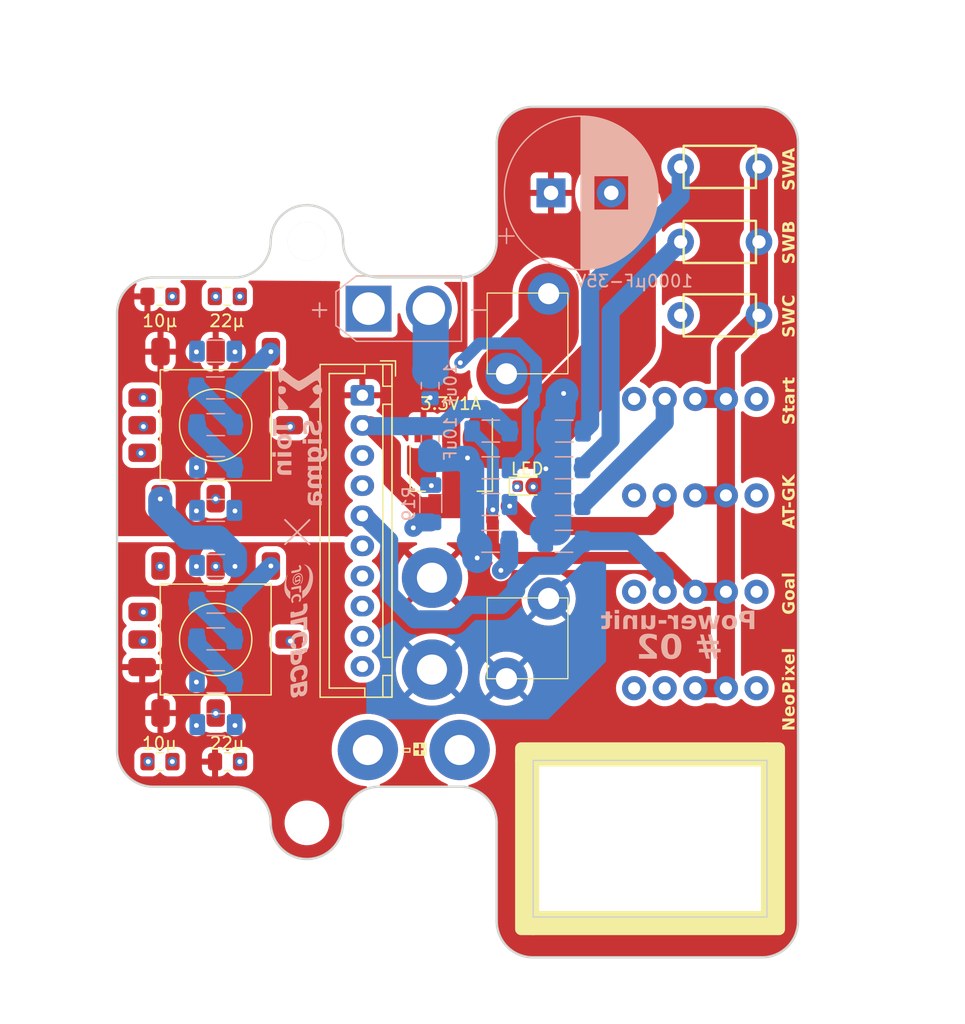
<source format=kicad_pcb>
(kicad_pcb (version 20221018) (generator pcbnew)
  (layers (0 "F.Cu" signal) (1 "In1.Cu" signal) (2 "In2.Cu" signal) (31 "B.Cu" signal) (34 "B.Paste" user) (35 "F.Paste" user) (36 "B.SilkS" user "B.Silkscreen") (37 "F.SilkS" user "F.Silkscreen") (38 "B.Mask" user) (39 "F.Mask" user) (44 "Edge.Cuts" user))
  (net 0 "")
  (net 1 "+9V")
  (net 2 "GND")
  (net 3 "+5V")
  (net 4 "+5V_Line")
  (net 5 "+3.3V")
  (net 6 "+v")
  (net 7 "motor-start")
  (net 8 "at-gk")
  (net 9 "whichgoal")
  (net 10 "neopixel")
  (net 11 "swA")
  (net 12 "swB")
  (net 13 "swC")
  (net 14 "Net-(OKLT6W12C1-Trim)")
  (net 15 "Net-(OKLT6W12C2-Trim)")
  (net 16 "Net-(SW2A-B)")
  (net 17 "Net-(R10-Pad2)")
  (net 18 "Net-(R11-Pad2)")
  (net 19 "Net-(R15-Pad2)")
  (net 20 "Net-(R16-Pad2)")
  (net 21 "+v-fuse")
  (net 22 "Net-(D1-A)")
  (footprint "@3pare:TVBP06-b043CW-B" (layer "F.Cu") (at 184.637747 71.167776 180)
    (fp_text reference "SW8")
    (fp_text value "sw_C")
  )
  (footprint "Connector_JST:JST_XH_B10B-XH-A_1x10_P2.50mm_Vertical" (layer "F.Cu") (at 154.975 77.8 -90)
    (fp_text reference "J3")
    (fp_text value "Conn_01x10_Pin")
  )
  (footprint "Capacitor_SMD:C_0805_2012Metric_Pad1.18x1.45mm_HandSolder" (layer "F.Cu") (at 143.7855 108.204)
    (fp_text reference "C2")
    (fp_text value "22μ")
  )
  (footprint "@3pare:RA1113112R" (layer "F.Cu") (at 178.85 114.6)
    (fp_text reference "REF**")
    (fp_text value "RA1113112R")
    (fp_rect (start 9.7 -6.5) (end -9.7 6.5) (stroke (width 0.12)) (fill none) (layer "Edge.Cuts"))
  )
  (footprint "MountingHole:MountingHole_3.2mm_M3" (layer "F.Cu") (at 150.368 113.283776)
    (fp_text reference "REF**")
    (fp_text value "MountingHole_3.2mm_M3")
  )
  (footprint "@3pare:2MS1-T1-B4-VS2-Q-E-S" (layer "F.Cu") (at 182.605747 102.108)
    (fp_text reference "SW5")
    (fp_text value "NeoPixel_on-off")
  )
  (footprint "LED_SMD:LED_0603_1608Metric" (layer "F.Cu") (at 168.656 85.344)
    (fp_text reference "LED")
    (fp_text value "LED")
  )
  (footprint "@3pare:2MS1-T1-B4-VS2-Q-E-S" (layer "F.Cu") (at 182.605747 78.108)
    (fp_text reference "SW2")
    (fp_text value "motor-start")
  )
  (footprint "@3pare:OKL-T6-W12" (layer "F.Cu") (at 142.8 80.283776 90)
    (fp_text reference "OKLT6W12C1")
    (fp_text value "~")
  )
  (footprint "@3pare:OKL-T6-W12" (layer "F.Cu") (at 142.8 98.067776 90)
    (fp_text reference "OKLT6W12C2")
    (fp_text value "~")
  )
  (footprint "Package_TO_SOT_SMD:SOT-223-3_TabPin2" (layer "F.Cu") (at 162.35 83.85 -90)
    (fp_text reference "3.3V1A")
    (fp_text value "~")
  )
  (footprint "Capacitor_SMD:C_0805_2012Metric_Pad1.18x1.45mm_HandSolder" (layer "F.Cu") (at 138.176 69.596)
    (fp_text reference "C3")
    (fp_text value "10μ")
  )
  (footprint "@3pare:2MS1-T1-B4-VS2-Q-E-S" (layer "F.Cu") (at 182.605747 86.108)
    (fp_text reference "SW3")
    (fp_text value "move_at-gk")
  )
  (footprint "Capacitor_SMD:C_0805_2012Metric_Pad1.18x1.45mm_HandSolder" (layer "F.Cu") (at 138.176 108.204)
    (fp_text reference "C5")
    (fp_text value "10μ")
  )
  (footprint "@3pare:2MS1-T1-B4-VS2-Q-E-S" (layer "F.Cu") (at 182.605747 94.108)
    (fp_text reference "SW4")
    (fp_text value "goal_blue-yellow")
  )
  (footprint "@3pare:TVBP06-b043CW-B" (layer "F.Cu") (at 184.637747 65.071776 180)
    (fp_text reference "SW7")
    (fp_text value "sw_B")
  )
  (footprint "@3pare:TVBP06-b043CW-B" (layer "F.Cu") (at 184.637747 58.847776 180)
    (fp_text reference "SW6")
    (fp_text value "sw_A")
  )
  (footprint "@3pare:vin" (layer "F.Cu") (at 159.237747 107.235776 180)
    (fp_text reference "J1")
    (fp_text value "from-battery")
  )
  (footprint "MountingHole:MountingHole_3.2mm_M3" (layer "F.Cu") (at 150.368 65.024)
    (fp_text reference "REF**")
    (fp_text value "MountingHole_3.2mm_M3")
  )
  (footprint "Capacitor_SMD:C_0805_2012Metric_Pad1.18x1.45mm_HandSolder" (layer "F.Cu") (at 143.764 69.596)
    (fp_text reference "C4")
    (fp_text value "22μ")
  )
  (footprint "@3pare:2pin" (layer "F.Cu") (at 160.75 96.5 90)
    (fp_text reference "SW1")
    (fp_text value "sw_B")
  )
  (footprint "@3pare:mini-fuse-holder" (layer "F.Cu") (at 165.381 85.369 90)
    (fp_text reference "F1")
    (fp_text value "Fuse-15A")
  )
  (footprint "Connector_AMASS:AMASS_XT30U-M_1x02_P5.0mm_Vertical" (layer "B.Cu") (at 155.488 70.612)
    (fp_text reference "J2")
    (fp_text value "Conn_01x02_Pin")
  )
  (footprint "Resistor_SMD:R_1206_3216Metric_Pad1.30x1.75mm_HandSolder" (layer "B.Cu") (at 171.704 83.82 180)
    (fp_text reference "R7")
    (fp_text value "100k")
  )
  (footprint "Resistor_SMD:R_1206_3216Metric_Pad1.30x1.75mm_HandSolder" (layer "B.Cu") (at 171.704 89.916 180)
    (fp_text reference "R4")
    (fp_text value "100k")
  )
  (footprint "Resistor_SMD:R_1206_3216Metric_Pad1.30x1.75mm_HandSolder" (layer "B.Cu") (at 142.8 101.574 180)
    (fp_text reference "R17")
    (fp_text value "10")
  )
  (footprint "Resistor_SMD:R_1206_3216Metric_Pad1.30x1.75mm_HandSolder" (layer "B.Cu") (at 160.65 86.8 -90)
    (fp_text reference "R19")
    (fp_text value "75")
  )
  (footprint "Resistor_SMD:R_1206_3216Metric_Pad1.30x1.75mm_HandSolder" (layer "B.Cu") (at 165.634 80.772 180)
    (fp_text reference "R1")
    (fp_text value "10k")
  )
  (footprint "Resistor_SMD:R_1206_3216Metric_Pad1.30x1.75mm_HandSolder" (layer "B.Cu") (at 142.774 77.19 180)
    (fp_text reference "R10")
    (fp_text value "1k")
  )
  (footprint "Resistor_SMD:R_1206_3216Metric_Pad1.30x1.75mm_HandSolder" (layer "B.Cu") (at 142.8 74.142 180)
    (fp_text reference "R9")
    (fp_text value "20k")
  )
  (footprint "Resistor_SMD:R_1206_3216Metric_Pad1.30x1.75mm_HandSolder" (layer "B.Cu") (at 142.826 105.13 180)
    (fp_text reference "R18")
    (fp_text value "1.2k")
  )
  (footprint "Resistor_SMD:R_1206_3216Metric_Pad1.30x1.75mm_HandSolder" (layer "B.Cu") (at 171.73 80.772 180)
    (fp_text reference "R6")
    (fp_text value "100k")
  )
  (footprint "Capacitor_SMD:C_0805_2012Metric_Pad1.18x1.45mm_HandSolder" (layer "B.Cu") (at 160.6 81.4 90)
    (fp_text reference "10uF")
    (fp_text value "10uF")
  )
  (footprint "Resistor_SMD:R_1206_3216Metric_Pad1.30x1.75mm_HandSolder" (layer "B.Cu") (at 142.8 91.922 180)
    (fp_text reference "R14")
    (fp_text value "20k")
  )
  (footprint "Resistor_SMD:R_1206_3216Metric_Pad1.30x1.75mm_HandSolder" (layer "B.Cu") (at 165.634 83.82 180)
    (fp_text reference "R8")
    (fp_text value "100k")
  )
  (footprint "Resistor_SMD:R_1206_3216Metric_Pad1.30x1.75mm_HandSolder" (layer "B.Cu") (at 142.8 98.018 180)
    (fp_text reference "R16")
    (fp_text value "330")
  )
  (footprint "Capacitor_THT:CP_Radial_D12.5mm_P5.00mm" (layer "B.Cu") (at 170.629788 61.007776)
    (fp_text reference "C1")
    (fp_text value "1000μF-35V")
  )
  (footprint "Resistor_SMD:R_1206_3216Metric_Pad1.30x1.75mm_HandSolder" (layer "B.Cu") (at 142.8 80.238 180)
    (fp_text reference "R11")
    (fp_text value "330")
  )
  (footprint "Resistor_SMD:R_1206_3216Metric_Pad1.30x1.75mm_HandSolder" (layer "B.Cu") (at 171.704 86.868 180)
    (fp_text reference "R2")
    (fp_text value "100k")
  )
  (footprint "Resistor_SMD:R_1206_3216Metric_Pad1.30x1.75mm_HandSolder" (layer "B.Cu") (at 165.634 86.868 180)
    (fp_text reference "R3")
    (fp_text value "100k")
  )
  (footprint "Resistor_SMD:R_1206_3216Metric_Pad1.30x1.75mm_HandSolder" (layer "B.Cu") (at 142.8 94.97 180)
    (fp_text reference "R15")
    (fp_text value "1k")
  )
  (footprint "Resistor_SMD:R_1206_3216Metric_Pad1.30x1.75mm_HandSolder" (layer "B.Cu") (at 142.8 83.794 180)
    (fp_text reference "R12")
    (fp_text value "10")
  )
  (footprint "Resistor_SMD:R_1206_3216Metric_Pad1.30x1.75mm_HandSolder" (layer "B.Cu") (at 165.608 89.916 180)
    (fp_text reference "R5")
    (fp_text value "100k")
  )
  (footprint "Resistor_SMD:R_1206_3216Metric_Pad1.30x1.75mm_HandSolder" (layer "B.Cu") (at 142.8 87.35 180)
    (fp_text reference "R13")
    (fp_text value "1.2k")
  )
  (footprint "Capacitor_SMD:C_0805_2012Metric_Pad1.18x1.45mm_HandSolder" (layer "B.Cu") (at 160.6 77 90)
    (fp_text reference "10uF")
    (fp_text value "10uF")
  )
  (gr_poly (pts (xy 147.998427 78.507842) (xy 147.999574 78.595692) (xy 148.002169 78.672462) (xy 148.006768 78.738897) (xy 148.009994 78.768472) (xy 148.01393 78.795741) (xy 148.018647 78.820799) (xy 148.024214 78.843738) (xy 148.0307 78.864652) (xy 148.038177 78.883632) (xy 148.046712 78.900774) (xy 148.056377 78.916168) (xy 148.067241 78.929909) (xy 148.079373 78.942089) (xy 148.092844 78.952801) (xy 148.107723 78.962139) (xy 148.12408 78.970196) (xy 148.141984 78.977063) (xy 148.161506 78.982836) (xy 148.182716 78.987605) (xy 148.205682 78.991466) (xy 148.230475 78.994509) (xy 148.28582 78.998519) (xy 148.34931 79.00038) (xy 148.421502 79.000835) (xy 148.51576 78.99895) (xy 148.59745 78.993035) (xy 148.633582 78.988443) (xy 148.666572 78.982696) (xy 148.696421 78.975745) (xy 148.723127 78.967541) (xy 148.746691 78.958035) (xy 148.767114 78.947177) (xy 148.784395 78.934919) (xy 148.798533 78.921212) (xy 148.80953 78.906005) (xy 148.817385 78.889251) (xy 148.822098 78.870901) (xy 148.823669 78.850904) (xy 148.822098 78.829212) (xy 148.817385 78.805777) (xy 148.80953 78.780548) (xy 148.798533 78.753477) (xy 148.784395 78.724514) (xy 148.767114 78.693611) (xy 148.746691 78.660719) (xy 148.723127 78.625788) (xy 148.666572 78.549613) (xy 148.59745 78.464695) (xy 148.51576 78.370641) (xy 148.421502 78.267057) (xy 148.01228 77.80139) (xy 147.998169 78.408168)) (fill solid) (layer "B.SilkS"))
  (gr_line (start 148.555778 90.17) (end 150.587778 88.138) (stroke (width 0.15)) (layer "B.SilkS"))
  (gr_poly (pts (xy 149.003884 96.67885) (xy 149.004536 96.709331) (xy 149.005827 96.738811) (xy 149.00775 96.766423) (xy 149.0103 96.791298) (xy 149.01347 96.812568) (xy 149.017253 96.829365) (xy 149.019373 96.835814) (xy 149.021645 96.84082) (xy 149.024066 96.844274) (xy 149.026638 96.846066) (xy 149.040641 96.845281) (xy 149.072786 96.840047) (xy 149.183095 96.81802) (xy 149.340764 96.783558) (xy 149.528993 96.740233) (xy 149.719273 96.695629) (xy 149.804673 96.676311) (xy 149.880713 96.659623) (xy 149.945244 96.646044) (xy 149.996115 96.636053) (xy 150.031178 96.630131) (xy 150.042109 96.628845) (xy 150.048282 96.628755) (xy 150.084971 96.632988) (xy 150.089204 96.9519) (xy 150.090348 97.03752) (xy 150.09174 97.10796) (xy 150.092565 97.137911) (xy 150.093496 97.164575) (xy 150.094546 97.188122) (xy 150.095731 97.208722) (xy 150.097064 97.226543) (xy 150.098561 97.241756) (xy 150.100236 97.25453) (xy 150.102103 97.265034) (xy 150.103113 97.269488) (xy 150.104176 97.273438) (xy 150.105295 97.276905) (xy 150.106471 97.279911) (xy 150.107706 97.282477) (xy 150.109002 97.284623) (xy 150.11036 97.286372) (xy 150.111782 97.287744) (xy 150.114718 97.289926) (xy 150.11827 97.291707) (xy 150.122492 97.293083) (xy 150.127437 97.29405) (xy 150.133159 97.294603) (xy 150.139712 97.294739) (xy 150.14715 97.294453) (xy 150.155527 97.293741) (xy 150.164895 97.2926) (xy 150.17531 97.291024) (xy 150.199492 97.286554) (xy 150.228502 97.280297) (xy 150.262771 97.272222) (xy 150.395416 97.239766) (xy 150.399649 96.713422) (xy 150.400429 96.566008) (xy 150.400597 96.447714) (xy 150.400426 96.398542) (xy 150.400071 96.355515) (xy 150.399521 96.318255) (xy 150.398767 96.286384) (xy 150.397798 96.259524) (xy 150.396603 96.237296) (xy 150.395173 96.219322) (xy 150.393497 96.205223) (xy 150.392564 96.199509) (xy 150.391565 96.194622) (xy 150.390499 96.190515) (xy 150.389366 96.187141) (xy 150.388163 96.184451) (xy 150.38689 96.1824) (xy 150.385545 96.180939) (xy 150.384127 96.180022) (xy 150.380222 96.179684) (xy 150.372868 96.180231) (xy 150.348562 96.183814) (xy 150.312714 96.19044) (xy 150.266828 96.199777) (xy 150.150963 96.225266) (xy 150.013004 96.257633) (xy 149.351193 96.415677) (xy 149.288449 96.430433) (xy 149.229176 96.444826) (xy 149.174733 96.45849) (xy 149.126474 96.471064) (xy 149.085756 96.482182) (xy 149.053934 96.491481) (xy 149.032365 96.498597) (xy 149.025849 96.501223) (xy 149.022404 96.503167) (xy 149.019978 96.505985) (xy 149.017724 96.510397) (xy 149.013731 96.523573) (xy 149.010421 96.541825) (xy 149.007786 96.564285) (xy 149.005821 96.590086) (xy 149.00452 96.618359) (xy 149.003876 96.648237)) (fill solid) (layer "B.SilkS"))
  (gr_poly (pts (xy 149.076799 92.481157) (xy 149.077267 92.495635) (xy 149.07814 92.509589) (xy 149.079422 92.522664) (xy 149.081118 92.534508) (xy 149.083231 92.544765) (xy 149.085766 92.553084) (xy 149.087193 92.556406) (xy 149.088727 92.559111) (xy 149.090939 92.561737) (xy 149.09452 92.563779) (xy 149.099647 92.565219) (xy 149.106498 92.566034) (xy 149.11525 92.566204) (xy 149.126083 92.565709) (xy 149.154696 92.562638) (xy 149.193761 92.556658) (xy 149.244699 92.547601) (xy 149.387882 92.5196) (xy 149.442779 92.508272) (xy 149.492823 92.497504) (xy 149.538285 92.487195) (xy 149.579441 92.477244) (xy 149.616561 92.467549) (xy 149.649919 92.45801) (xy 149.679788 92.448523) (xy 149.706441 92.43899) (xy 149.718646 92.434174) (xy 149.73015 92.429307) (xy 149.740986 92.424379) (xy 149.751188 92.419375) (xy 149.760791 92.414283) (xy 149.769829 92.409091) (xy 149.778335 92.403786) (xy 149.786345 92.398354) (xy 149.793891 92.392785) (xy 149.801008 92.387064) (xy 149.807731 92.381179) (xy 149.814093 92.375118) (xy 149.820128 92.368867) (xy 149.825871 92.362415) (xy 149.831355 92.355749) (xy 149.836616 92.348855) (xy 149.846062 92.335389) (xy 149.854825 92.321476) (xy 149.862905 92.307156) (xy 149.870306 92.292471) (xy 149.877028 92.277462) (xy 149.883075 92.262169) (xy 149.888447 92.246633) (xy 149.893148 92.230895) (xy 149.897179 92.214996) (xy 149.900543 92.198976) (xy 149.903241 92.182877) (xy 149.905275 92.166739) (xy 149.906648 92.150603) (xy 149.907361 92.13451) (xy 149.907417 92.118501) (xy 149.906818 92.102616) (xy 149.905566 92.086897) (xy 149.903663 92.071384) (xy 149.90111 92.056118) (xy 149.897911 92.041139) (xy 149.894066 92.02649) (xy 149.889579 92.012209) (xy 149.884451 91.998339) (xy 149.878684 91.984921) (xy 149.872281 91.971994) (xy 149.865243 91.9596) (xy 149.857572 91.94778) (xy 149.849271 91.936574) (xy 149.840342 91.926023) (xy 149.830786 91.916168) (xy 149.820607 91.907051) (xy 149.809804 91.898711) (xy 149.801068 91.892538) (xy 149.79329 91.887298) (xy 149.786339 91.883062) (xy 149.780083 91.879903) (xy 149.777174 91.87875) (xy 149.774389 91.877894) (xy 149.771711 91.877343) (xy 149.769125 91.877106) (xy 149.766613 91.877193) (xy 149.764158 91.877612) (xy 149.761745 91.878373) (xy 149.759357 91.879484) (xy 149.756977 91.880955) (xy 149.754589 91.882795) (xy 149.752176 91.885013) (xy 149.749722 91.887617) (xy 149.74721 91.890618) (xy 149.744623 91.894023) (xy 149.739161 91.902084) (xy 149.733202 91.911873) (xy 149.726615 91.923463) (xy 149.711027 91.952333) (xy 149.67716 92.0116) (xy 149.71526 92.051111) (xy 149.719253 92.055425) (xy 149.723031 92.059895) (xy 149.726593 92.064511) (xy 149.729939 92.069262) (xy 149.733067 92.07414) (xy 149.735978 92.079134) (xy 149.741145 92.089431) (xy 149.745436 92.100076) (xy 149.748846 92.110989) (xy 149.751371 92.122093) (xy 149.753007 92.133308) (xy 149.753751 92.144556) (xy 149.753597 92.155759) (xy 149.752542 92.166838) (xy 149.750582 92.177714) (xy 149.747712 92.188309) (xy 149.745935 92.193476) (xy 149.743929 92.198544) (xy 149.741693 92.203502) (xy 149.739228 92.208341) (xy 149.736531 92.213051) (xy 149.733604 92.217622) (xy 149.728146 92.2243) (xy 149.721624 92.230633) (xy 149.713733 92.236706) (xy 149.70417 92.242603) (xy 149.69263 92.248409) (xy 149.678811 92.254209) (xy 149.662408 92.260087) (xy 149.643117 92.266129) (xy 149.594657 92.279041) (xy 149.531 92.293623) (xy 149.449715 92.310554) (xy 149.348371 92.330511) (xy 149.298671 92.339994) (xy 149.251864 92.34923) (xy 149.208994 92.357969) (xy 149.1711 92.365965) (xy 149.139226 92.372968) (xy 149.114413 92.378731) (xy 149.097703 92.383006) (xy 149.092712 92.384507) (xy 149.090138 92.385544) (xy 149.088596 92.386839) (xy 149.087145 92.388842) (xy 149.085787 92.391509) (xy 149.084521 92.394796) (xy 149.082268 92.403053) (xy 149.080392 92.413259) (xy 149.078896 92.425061) (xy 149.077785 92.438105) (xy 149.077062 92.452038) (xy 149.076732 92.466507)) (fill solid) (layer "B.SilkS"))
  (gr_poly (pts (xy 150.02006 94.643322) (xy 150.030415 94.637506) (xy 150.044159 94.628814) (xy 150.060715 94.617674) (xy 150.079503 94.604516) (xy 150.099945 94.589771) (xy 150.121462 94.573869) (xy 150.143474 94.557239) (xy 150.165404 94.540311) (xy 150.22693 94.488828) (xy 150.286071 94.433912) (xy 150.342789 94.375636) (xy 150.397047 94.31407) (xy 150.448808 94.249288) (xy 150.498035 94.181362) (xy 150.544691 94.110365) (xy 150.588738 94.036368) (xy 150.630139 93.959444) (xy 150.668857 93.879665) (xy 150.704855 93.797105) (xy 150.738095 93.711834) (xy 150.768541 93.623926) (xy 150.796155 93.533453) (xy 150.820899 93.440486) (xy 150.842738 93.3451) (xy 150.850923 93.301959) (xy 150.858015 93.25642) (xy 150.864011 93.208897) (xy 150.86891 93.159803) (xy 150.872708 93.109552) (xy 150.875406 93.058556) (xy 150.876999 93.007229) (xy 150.877486 92.955986) (xy 150.876866 92.905238) (xy 150.875136 92.8554) (xy 150.872293 92.806885) (xy 150.868336 92.760106) (xy 150.863263 92.715477) (xy 150.857072 92.673411) (xy 150.849761 92.634321) (xy 150.841327 92.598622) (xy 150.819511 92.522087) (xy 150.795325 92.449631) (xy 150.768745 92.38123) (xy 150.739749 92.316863) (xy 150.708313 92.256505) (xy 150.674416 92.200134) (xy 150.656537 92.173437) (xy 150.638034 92.147729) (xy 150.618904 92.123005) (xy 150.599145 92.099265) (xy 150.578753 92.076504) (xy 150.557725 92.05472) (xy 150.53606 92.03391) (xy 150.513753 92.014072) (xy 150.490803 91.995202) (xy 150.467205 91.977297) (xy 150.442959 91.960355) (xy 150.418059 91.944373) (xy 150.392505 91.929348) (xy 150.366292 91.915278) (xy 150.339419 91.902158) (xy 150.311882 91.889988) (xy 150.283678 91.878763) (xy 150.254804 91.86848) (xy 150.225259 91.859138) (xy 150.195038 91.850733) (xy 150.156748 91.841095) (xy 150.141364 91.837403) (xy 150.128429 91.834483) (xy 150.1179 91.832348) (xy 150.109734 91.831013) (xy 150.106524 91.83065) (xy 150.103888 91.830493) (xy 150.101821 91.830542) (xy 150.100317 91.830801) (xy 150.099371 91.83127) (xy 150.098978 91.831953) (xy 150.099133 91.832849) (xy 150.099829 91.833962) (xy 150.101062 91.835293) (xy 150.102825 91.836844) (xy 150.107924 91.840613) (xy 150.115081 91.845282) (xy 150.124253 91.850868) (xy 150.148471 91.864844) (xy 150.206292 91.90114) (xy 150.260134 91.941692) (xy 150.309953 91.98639) (xy 150.355706 92.035125) (xy 150.39735 92.087788) (xy 150.434841 92.144269) (xy 150.468136 92.204458) (xy 150.497192 92.268245) (xy 150.521965 92.335522) (xy 150.542411 92.406179) (xy 150.558487 92.480105) (xy 150.570151 92.557192) (xy 150.577358 92.637331) (xy 150.580064 92.72041) (xy 150.578228 92.806321) (xy 150.571805 92.894955) (xy 150.561621 92.984112) (xy 150.548549 93.070575) (xy 150.532607 93.154297) (xy 150.513817 93.235231) (xy 150.492199 93.313329) (xy 150.467774 93.388544) (xy 150.440562 93.460827) (xy 150.410585 93.530132) (xy 150.377863 93.59641) (xy 150.342416 93.659615) (xy 150.304266 93.719698) (xy 150.263433 93.776613) (xy 150.219937 93.830311) (xy 150.173799 93.880746) (xy 150.125041 93.927869) (xy 150.073682 93.971633) (xy 149.979138 94.047833) (xy 149.979138 94.6659)) (fill solid) (layer "B.SilkS"))
  (gr_poly (pts (xy 148.99628 98.287946) (xy 148.997004 98.333377) (xy 148.998068 98.371301) (xy 148.999694 98.406846) (xy 149.001916 98.440146) (xy 149.004765 98.471336) (xy 149.008277 98.500549) (xy 149.012482 98.527921) (xy 149.017416 98.553585) (xy 149.02311 98.577676) (xy 149.029598 98.600329) (xy 149.036912 98.621677) (xy 149.045087 98.641855) (xy 149.054154 98.660998) (xy 149.064148 98.679239) (xy 149.075101 98.696714) (xy 149.087045 98.713556) (xy 149.100016 98.7299) (xy 149.107471 98.738249) (xy 149.115523 98.746355) (xy 149.124131 98.754208) (xy 149.133257 98.761796) (xy 149.152896 98.776133) (xy 149.174121 98.789277) (xy 149.196611 98.801139) (xy 149.220045 98.811631) (xy 149.244104 98.820664) (xy 149.268467 98.828148) (xy 149.292813 98.833996) (xy 149.316822 98.838117) (xy 149.340174 98.840424) (xy 149.362548 98.840826) (xy 149.373269 98.840286) (xy 149.383624 98.839236) (xy 149.393576 98.837666) (xy 149.403082 98.835565) (xy 149.412104 98.832921) (xy 149.420601 98.829723) (xy 149.428533 98.825961) (xy 149.43586 98.821622) (xy 149.447099 98.813651) (xy 149.451692 98.809703) (xy 149.45566 98.805482) (xy 149.459049 98.800765) (xy 149.461905 98.795329) (xy 149.464273 98.78895) (xy 149.466199 98.781405) (xy 149.467728 98.772471) (xy 149.468905 98.761925) (xy 149.469777 98.749544) (xy 149.470388 98.735103) (xy 149.471011 98.699153) (xy 149.471138 98.652289) (xy 149.470948 98.621977) (xy 149.47041 98.59289) (xy 149.469575 98.56572) (xy 149.468492 98.541164) (xy 149.46721 98.519914) (xy 149.46578 98.502667) (xy 149.46425 98.490115) (xy 149.463464 98.485818) (xy 149.462671 98.482955) (xy 149.461635 98.480495) (xy 149.460136 98.477892) (xy 149.458206 98.47517) (xy 149.45588 98.47235) (xy 149.45319 98.469456) (xy 149.45017 98.46651) (xy 149.446851 98.463535) (xy 149.443268 98.460554) (xy 149.439454 98.457589) (xy 149.435441 98.454664) (xy 149.431263 98.451801) (xy 149.426952 98.449022) (xy 149.422543 98.446351) (xy 149.418067 98.443811) (xy 149.413558 98.441423) (xy 149.409049 98.439211) (xy 149.396296 98.432524) (xy 149.384487 98.425138) (xy 149.373603 98.417017) (xy 149.363629 98.408122) (xy 149.354547 98.398417) (xy 149.346343 98.387865) (xy 149.338998 98.376428) (xy 149.332496 98.364069) (xy 149.326821 98.350751) (xy 149.321957 98.336437) (xy 149.317886 98.321089) (xy 149.314593 98.30467) (xy 149.31206 98.287143) (xy 149.310271 98.268472) (xy 149.30921 98.248618) (xy 149.30886 98.227544) (xy 149.309478 98.206131) (xy 149.310831 98.185756) (xy 149.312956 98.166332) (xy 149.315893 98.147772) (xy 149.319683 98.129989) (xy 149.324363 98.112897) (xy 149.329973 98.096408) (xy 149.336553 98.080436) (xy 149.344142 98.064894) (xy 149.352778 98.049695) (xy 149.362502 98.034752) (xy 149.373352 98.019979) (xy 149.385368 98.005288) (xy 149.39859 97.990593) (xy 149.413055 97.975807) (xy 149.428804 97.960844) (xy 149.45219 97.940421) (xy 149.462858 97.931754) (xy 149.473276 97.923935) (xy 149.483769 97.916826) (xy 149.494661 97.910292) (xy 149.506276 97.904196) (xy 149.518939 97.898402) (xy 149.532975 97.892774) (xy 149.548708 97.887174) (xy 149.566462 97.881467) (xy 149.586562 97.875516) (xy 149.6351 97.862336) (xy 149.696916 97.846544) (xy 149.75275 97.833277) (xy 149.803934 97.823156) (xy 149.827827 97.819297) (xy 149.850612 97.816251) (xy 149.872306 97.814027) (xy 149.892928 97.812633) (xy 149.912495 97.812079) (xy 149.931027 97.812372) (xy 149.948541 97.813522) (xy 149.965054 97.815538) (xy 149.980586 97.818428) (xy 149.995154 97.822202) (xy 150.008776 97.826867) (xy 150.021471 97.832433) (xy 150.033256 97.838908) (xy 150.04415 97.846302) (xy 150.054171 97.854623) (xy 150.063336 97.86388) (xy 150.071664 97.874081) (xy 150.079173 97.885236) (xy 150.085881 97.897353) (xy 150.091806 97.910441) (xy 150.096967 97.924509) (xy 150.10138 97.939565) (xy 150.105065 97.955619) (xy 150.10804 97.972679) (xy 150.110321 97.990753) (xy 150.111929 98.009852) (xy 150.11288 98.029983) (xy 150.113193 98.051155) (xy 150.11243 98.080593) (xy 150.111832 98.093729) (xy 150.111055 98.105946) (xy 150.11007 98.117344) (xy 150.108852 98.128025) (xy 150.107374 98.13809) (xy 150.105609 98.14764) (xy 150.103529 98.156777) (xy 150.101108 98.165601) (xy 150.098319 98.174215) (xy 150.095135 98.182719) (xy 150.09153 98.191215) (xy 150.087476 98.199804) (xy 150.082947 98.208588) (xy 150.077916 98.217666) (xy 150.074479 98.223681) (xy 150.071061 98.229531) (xy 150.06768 98.235188) (xy 150.064356 98.240619) (xy 150.061105 98.245794) (xy 150.057948 98.250681) (xy 150.054902 98.255251) (xy 150.051986 98.25947) (xy 150.04922 98.26331) (xy 150.04662 98.266738) (xy 150.044207 98.269724) (xy 150.041998 98.272236) (xy 150.040013 98.274245) (xy 150.03911 98.27505) (xy 150.038269 98.275717) (xy 150.037494 98.276243) (xy 150.036786 98.276624) (xy 150.036148 98.276855) (xy 150.035582 98.276933) (xy 150.034561 98.277144) (xy 150.033105 98.277765) (xy 150.031238 98.278775) (xy 150.02899 98.280152) (xy 150.023453 98.283928) (xy 150.016709 98.288927) (xy 150.008972 98.294985) (xy 150.000459 98.301936) (xy 149.991383 98.309614) (xy 149.98196 98.317855) (xy 149.967055 98.332104) (xy 149.961025 98.338412) (xy 149.955854 98.344534) (xy 149.951478 98.350738) (xy 149.947829 98.357295) (xy 149.944841 98.364471) (xy 149.942449 98.372536) (xy 149.940586 98.381758) (xy 149.939186 98.392407) (xy 149.938183 98.404751) (xy 149.93751 98.419058) (xy 149.936893 98.454639) (xy 149.936805 98.501299) (xy 149.936878 98.529653) (xy 149.937124 98.555024) (xy 149.937586 98.577571) (xy 149.93791 98.587835) (xy 149.938304 98.597454) (xy 149.938772 98.606446) (xy 149.939319 98.614831) (xy 149.939952 98.62263) (xy 149.940674 98.629862) (xy 149.941491 98.636548) (xy 149.942409 98.642707) (xy 149.943432 98.648359) (xy 149.944566 98.653523) (xy 149.945815 98.658221) (xy 149.947185 98.662471) (xy 149.948682 98.666294) (xy 149.950309 98.66971) (xy 149.952073 98.672738) (xy 149.953979 98.675398) (xy 149.956031 98.67771) (xy 149.958236 98.679695) (xy 149.960597 98.681372) (xy 149.963121 98.68276) (xy 149.965812 98.68388) (xy 149.968676 98.684752) (xy 149.971717 98.685396) (xy 149.974942 98.685831) (xy 149.978354 98.686077) (xy 149.98196 98.686155) (xy 149.993043 98.685329) (xy 150.005538 98.68292) (xy 150.019269 98.67903) (xy 150.034061 98.673764) (xy 150.049737 98.667224) (xy 150.066122 98.659515) (xy 150.083041 98.650739) (xy 150.100317 98.641) (xy 150.117775 98.630401) (xy 150.135239 98.619045) (xy 150.152534 98.607036) (xy 150.169483 98.594477) (xy 150.185912 98.581472) (xy 150.201644 98.568124) (xy 150.216504 98.554536) (xy 150.230316 98.540811) (xy 150.254299 98.513856) (xy 150.276529 98.486367) (xy 150.29704 98.458242) (xy 150.315864 98.429377) (xy 150.333034 98.399669) (xy 150.348584 98.369013) (xy 150.362547 98.337308) (xy 150.374954 98.30445) (xy 150.385841 98.270334) (xy 150.395239 98.234859) (xy 150.403182 98.197919) (xy 150.409703 98.159414) (xy 150.414835 98.119238) (xy 150.418611 98.077288) (xy 150.421064 98.033462) (xy 150.422227 97.987655) (xy 150.421889 97.94489) (xy 150.420322 97.904366) (xy 150.417486 97.865976) (xy 150.413341 97.82961) (xy 150.407848 97.795164) (xy 150.400969 97.762528) (xy 150.392663 97.731595) (xy 150.382892 97.702258) (xy 150.377444 97.688154) (xy 150.371616 97.674409) (xy 150.365401 97.661009) (xy 150.358796 97.647941) (xy 150.351794 97.635191) (xy 150.344392 97.622747) (xy 150.336584 97.610593) (xy 150.328366 97.598718) (xy 150.319732 97.587107) (xy 150.310678 97.575747) (xy 150.291288 97.553728) (xy 150.270158 97.532551) (xy 150.247249 97.512111) (xy 150.234006 97.501331) (xy 150.220217 97.491223) (xy 150.205899 97.481796) (xy 150.191069 97.473063) (xy 150.175742 97.465032) (xy 150.159936 97.457714) (xy 150.143667 97.45112) (xy 150.126952 97.445259) (xy 150.109806 97.440143) (xy 150.092247 97.435781) (xy 150.074291 97.432184) (xy 150.055955 97.429362) (xy 150.037255 97.427326) (xy 150.018208 97.426085) (xy 149.99883 97.425651) (xy 149.979138 97.426033) (xy 149.954672 97.427573) (xy 149.92516 97.431008) (xy 149.853968 97.442812) (xy 149.771498 97.459941) (xy 149.683686 97.48089) (xy 149.59647 97.504154) (xy 149.515786 97.528228) (xy 149.447571 97.551608) (xy 149.419994 97.562567) (xy 149.39776 97.572789) (xy 149.36559 97.590583) (xy 149.333745 97.611029) (xy 149.302383 97.633935) (xy 149.271664 97.659109) (xy 149.241747 97.686358) (xy 149.212791 97.71549) (xy 149.184956 97.746313) (xy 149.1584 97.778635) (xy 149.133283 97.812262) (xy 149.109764 97.847005) (xy 149.088001 97.882669) (xy 149.068155 97.919062) (xy 149.050384 97.955993) (xy 149.034848 97.99327) (xy 149.021705 98.030699) (xy 149.011115 98.068089) (xy 149.006747 98.088517) (xy 149.003156 98.112715) (xy 149.000325 98.140617) (xy 148.998239 98.172158) (xy 148.99688 98.20727) (xy 148.996233 98.245889)) (fill solid) (layer "B.SilkS"))
  (gr_poly (pts (xy 150.538825 78.819995) (xy 150.54077 78.822517) (xy 150.548394 78.827312) (xy 150.560772 78.831777) (xy 150.577636 78.835911) (xy 150.623745 78.843187) (xy 150.684572 78.84914) (xy 150.757966 78.85377) (xy 150.841778 78.857078) (xy 150.933859 78.859062) (xy 151.032058 78.859724) (xy 151.116669 78.859441) (xy 151.191028 78.858125) (xy 151.255796 78.855073) (xy 151.311634 78.849581) (xy 151.336411 78.845701) (xy 151.359204 78.840948) (xy 151.380095 78.835233) (xy 151.399167 78.82847) (xy 151.416503 78.820569) (xy 151.432185 78.811444) (xy 151.446296 78.801006) (xy 151.458919 78.789168) (xy 151.470136 78.775841) (xy 151.48003 78.760939) (xy 151.488684 78.744372) (xy 151.496181 78.726054) (xy 151.502603 78.705896) (xy 151.508032 78.68381) (xy 151.512552 78.659709) (xy 151.516245 78.633505) (xy 151.521482 78.574435) (xy 151.524403 78.505898) (xy 151.525671 78.427192) (xy 151.525947 78.337612) (xy 151.525947 77.815501) (xy 151.032058 78.295279) (xy 150.841778 78.486) (xy 150.757966 78.570859) (xy 150.684572 78.646293) (xy 150.623745 78.710482) (xy 150.598716 78.737791) (xy 150.577636 78.761607) (xy 150.560772 78.781703) (xy 150.548394 78.79785) (xy 150.54077 78.809821) (xy 150.538825 78.81417) (xy 150.538169 78.81739)) (fill solid) (layer "B.SilkS"))
  (gr_poly (pts (xy 149.075145 93.842516) (xy 149.075928 93.857338) (xy 149.077347 93.871659) (xy 149.079389 93.885112) (xy 149.082046 93.897329) (xy 149.085306 93.907942) (xy 149.087159 93.912532) (xy 149.089159 93.916583) (xy 149.091305 93.920049) (xy 149.093596 93.922884) (xy 149.096029 93.925042) (xy 149.098604 93.926477) (xy 149.102216 93.926961) (xy 149.108708 93.926841) (xy 149.129693 93.92489) (xy 149.160269 93.920822) (xy 149.199146 93.914836) (xy 149.296645 93.897902) (xy 149.411871 93.875677) (xy 149.623009 93.835108) (xy 149.691073 93.822496) (xy 149.711388 93.819034) (xy 149.720904 93.817822) (xy 149.723204 93.818391) (xy 149.725344 93.820129) (xy 149.727332 93.823077) (xy 149.729173 93.827281) (xy 149.730873 93.832782) (xy 149.732439 93.839625) (xy 149.735192 93.857509) (xy 149.737482 93.881281) (xy 149.739359 93.911286) (xy 149.740872 93.947873) (xy 149.742071 93.991389) (xy 149.746304 94.163544) (xy 149.788638 94.160722) (xy 149.826002 94.158296) (xy 149.840849 94.156852) (xy 149.853395 94.154548) (xy 149.863832 94.150855) (xy 149.86832 94.148322) (xy 149.872354 94.145244) (xy 149.875956 94.141553) (xy 149.879151 94.137185) (xy 149.881963 94.132072) (xy 149.884417 94.12615) (xy 149.888343 94.111608) (xy 149.891123 94.093033) (xy 149.892947 94.069893) (xy 149.894008 94.041659) (xy 149.894612 93.967796) (xy 149.894471 93.867211) (xy 149.894435 93.823658) (xy 149.894311 93.784892) (xy 149.89408 93.750641) (xy 149.893721 93.720632) (xy 149.893214 93.694591) (xy 149.892897 93.682973) (xy 149.892536 93.672246) (xy 149.892128 93.662374) (xy 149.891669 93.653324) (xy 149.891157 93.645061) (xy 149.890591 93.637552) (xy 149.889966 93.630763) (xy 149.889281 93.624658) (xy 149.888533 93.619205) (xy 149.887719 93.614368) (xy 149.886837 93.610115) (xy 149.885884 93.60641) (xy 149.884858 93.60322) (xy 149.884316 93.601807) (xy 149.883755 93.600511) (xy 149.883175 93.599326) (xy 149.882575 93.598248) (xy 149.881954 93.597273) (xy 149.881313 93.596397) (xy 149.880651 93.595616) (xy 149.879967 93.594925) (xy 149.879262 93.59432) (xy 149.878535 93.593797) (xy 149.877786 93.593351) (xy 149.877015 93.592979) (xy 149.87622 93.592675) (xy 149.875402 93.592437) (xy 149.874561 93.592259) (xy 149.873696 93.592137) (xy 149.871893 93.592044) (xy 149.824938 93.598314) (xy 149.73173 93.614953) (xy 149.470256 93.666304) (xy 149.214867 93.720036) (xy 149.129266 93.739651) (xy 149.09296 93.750088) (xy 149.090537 93.752549) (xy 149.088295 93.755666) (xy 149.086232 93.759394) (xy 149.084347 93.763687) (xy 149.082639 93.768499) (xy 149.081106 93.773783) (xy 149.078562 93.785587) (xy 149.076704 93.79873) (xy 149.075522 93.812844) (xy 149.075006 93.827563)) (fill solid) (layer "B.SilkS"))
  (gr_poly (pts (xy 148.992732 101.126041) (xy 148.994168 101.160397) (xy 148.996343 101.193457) (xy 148.999262 101.224773) (xy 149.00293 101.253895) (xy 149.00735 101.280376) (xy 149.012527 101.303766) (xy 149.022531 101.338874) (xy 149.034024 101.371701) (xy 149.047005 101.40225) (xy 149.054054 101.416671) (xy 149.061475 101.430524) (xy 149.069267 101.443808) (xy 149.077432 101.456524) (xy 149.085969 101.468671) (xy 149.094878 101.480252) (xy 149.104159 101.491264) (xy 149.113812 101.50171) (xy 149.123838 101.511589) (xy 149.134235 101.520901) (xy 149.145004 101.529647) (xy 149.156146 101.537827) (xy 149.167659 101.54544) (xy 149.179545 101.552489) (xy 149.191803 101.558971) (xy 149.204432 101.564889) (xy 149.217434 101.570242) (xy 149.230808 101.57503) (xy 149.244554 101.579255) (xy 149.258672 101.582915) (xy 149.273162 101.586011) (xy 149.288024 101.588544) (xy 149.303258 101.590513) (xy 149.318865 101.591919) (xy 149.351193 101.593044) (xy 149.360148 101.592963) (xy 149.368989 101.592722) (xy 149.377669 101.592328) (xy 149.38614 101.591787) (xy 149.394355 101.591106) (xy 149.402266 101.590291) (xy 149.409826 101.589347) (xy 149.416986 101.588282) (xy 149.423701 101.5871) (xy 149.429921 101.585809) (xy 149.435599 101.584415) (xy 149.440689 101.582924) (xy 149.445141 101.581341) (xy 149.44891 101.579674) (xy 149.450523 101.578811) (xy 149.451947 101.577929) (xy 149.453176 101.577028) (xy 149.454204 101.576111) (xy 149.456255 101.573432) (xy 149.458173 101.569631) (xy 149.459959 101.56471) (xy 149.461613 101.55867) (xy 149.463134 101.551514) (xy 149.464523 101.543244) (xy 149.466904 101.52337) (xy 149.468757 101.499064) (xy 149.470079 101.470343) (xy 149.470873 101.437224) (xy 149.471138 101.399721) (xy 149.471138 101.240267) (xy 149.414693 101.204988) (xy 149.400963 101.19585) (xy 149.388326 101.186388) (xy 149.376751 101.176541) (xy 149.366208 101.166249) (xy 149.356666 101.155453) (xy 149.348093 101.144093) (xy 149.340458 101.132109) (xy 149.333731 101.11944) (xy 149.32788 101.106027) (xy 149.322875 101.09181) (xy 149.318684 101.07673) (xy 149.315276 101.060725) (xy 149.312621 101.043736) (xy 149.310687 101.025703) (xy 149.309444 101.006567) (xy 149.30886 100.986266) (xy 149.309186 100.96937) (xy 149.310165 100.952815) (xy 149.311796 100.936601) (xy 149.314077 100.92073) (xy 149.317009 100.905203) (xy 149.32059 100.890021) (xy 149.324819 100.875186) (xy 149.329696 100.8607) (xy 149.33522 100.846562) (xy 149.34139 100.832775) (xy 149.348206 100.81934) (xy 149.355666 100.806259) (xy 149.363771 100.793532) (xy 149.372518 100.78116) (xy 149.381908 100.769146) (xy 149.391939 100.75749) (xy 149.402611 100.746194) (xy 149.413923 100.735258) (xy 149.425875 100.724685) (xy 149.438464 100.714476) (xy 149.451692 100.704631) (xy 149.465556 100.695153) (xy 149.495193 100.677299) (xy 149.527368 100.660926) (xy 149.562075 100.646043) (xy 149.599307 100.63266) (xy 149.63906 100.620789) (xy 149.685193 100.608668) (xy 149.727927 100.598239) (xy 149.767437 100.589504) (xy 149.803895 100.582468) (xy 149.837477 100.577136) (xy 149.853243 100.57511) (xy 149.868355 100.573511) (xy 149.882834 100.57234) (xy 149.896702 100.571597) (xy 149.909981 100.571284) (xy 149.922693 100.5714) (xy 149.93486 100.571946) (xy 149.946502 100.572922) (xy 149.957642 100.574329) (xy 149.968301 100.576168) (xy 149.978501 100.578438) (xy 149.988265 100.581142) (xy 149.997612 100.584278) (xy 150.006566 100.587848) (xy 150.015148 100.591852) (xy 150.02338 100.59629) (xy 150.031283 100.601164) (xy 150.038878 100.606474) (xy 150.046189 100.612219) (xy 150.053236 100.618401) (xy 150.060041 100.62502) (xy 150.066627 100.632077) (xy 150.07524 100.64281) (xy 150.083083 100.654834) (xy 150.090145 100.668054) (xy 150.096414 100.68237) (xy 150.101882 100.697688) (xy 150.106537 100.713908) (xy 150.11037 100.730935) (xy 150.11337 100.748671) (xy 150.115526 100.767018) (xy 150.116829 100.78588) (xy 150.117267 100.80516) (xy 150.116831 100.82476) (xy 150.115511 100.844584) (xy 150.113295 100.864533) (xy 150.110174 100.884512) (xy 150.106138 100.904422) (xy 150.103448 100.915651) (xy 150.100631 100.926123) (xy 150.097624 100.935943) (xy 150.094364 100.945212) (xy 150.09079 100.954035) (xy 150.08684 100.962515) (xy 150.082451 100.970755) (xy 150.077563 100.978858) (xy 150.072112 100.986929) (xy 150.066037 100.995069) (xy 150.059276 101.003384) (xy 150.051766 101.011975) (xy 150.043446 101.020947) (xy 150.034254 101.030402) (xy 150.024127 101.040445) (xy 150.013004 101.051178) (xy 149.936805 101.123144) (xy 149.936805 101.262845) (xy 149.937072 101.296857) (xy 149.937409 101.312401) (xy 149.937885 101.326984) (xy 149.938501 101.340616) (xy 149.93926 101.353307) (xy 149.940164 101.365068) (xy 149.941214 101.375909) (xy 149.942413 101.385841) (xy 149.943764 101.394874) (xy 149.945267 101.403018) (xy 149.946925 101.410283) (xy 149.94874 101.41668) (xy 149.950714 101.42222) (xy 149.95285 101.426912) (xy 149.955149 101.430766) (xy 149.95844 101.434984) (xy 149.961504 101.43864) (xy 149.964444 101.441739) (xy 149.967364 101.444282) (xy 149.968848 101.445346) (xy 149.970366 101.446271) (xy 149.97193 101.447058) (xy 149.973554 101.447708) (xy 149.97525 101.44822) (xy 149.977031 101.448595) (xy 149.978911 101.448833) (xy 149.980902 101.448934) (xy 149.985268 101.448728) (xy 149.990234 101.447978) (xy 149.995902 101.446687) (xy 150.002377 101.444856) (xy 150.009761 101.442487) (xy 150.018158 101.439583) (xy 150.038404 101.432178) (xy 150.065741 101.420586) (xy 150.092655 101.40704) (xy 150.119057 101.391638) (xy 150.144855 101.374477) (xy 150.169959 101.355654) (xy 150.194277 101.335266) (xy 150.217719 101.313411) (xy 150.240193 101.290185) (xy 150.261609 101.265686) (xy 150.281876 101.24001) (xy 150.300903 101.213256) (xy 150.318598 101.18552) (xy 150.334871 101.156899) (xy 150.349632 101.12749) (xy 150.362788 101.097392) (xy 150.374249 101.0667) (xy 150.380241 101.046542) (xy 150.386464 101.022646) (xy 150.392753 100.995907) (xy 150.398943 100.967216) (xy 150.404869 100.937467) (xy 150.410365 100.907553) (xy 150.415265 100.878366) (xy 150.419404 100.8508) (xy 150.423045 100.816053) (xy 150.42551 100.781944) (xy 150.426815 100.748499) (xy 150.426975 100.715744) (xy 150.426006 100.683705) (xy 150.423922 100.652409) (xy 150.420739 100.621881) (xy 150.416472 100.592148) (xy 150.411136 100.563235) (xy 150.404747 100.535169) (xy 150.39732 100.507975) (xy 150.38887 100.481681) (xy 150.379412 100.456312) (xy 150.368962 100.431894) (xy 150.357534 100.408453) (xy 150.345145 100.386015) (xy 150.331809 100.364607) (xy 150.317541 100.344254) (xy 150.302357 100.324982) (xy 150.286272 100.306819) (xy 150.269302 100.289789) (xy 150.25146 100.273919) (xy 150.232764 100.259235) (xy 150.213228 100.245763) (xy 150.192867 100.23353) (xy 150.171696 100.22256) (xy 150.149731 100.212881) (xy 150.126987 100.204519) (xy 150.10348 100.197499) (xy 150.079224 100.191847) (xy 150.054234 100.187591) (xy 150.028527 100.184755) (xy 150.004263 100.184374) (xy 149.973854 100.186271) (xy 149.938166 100.190243) (xy 149.898065 100.196088) (xy 149.808087 100.212586) (xy 149.71085 100.234144) (xy 149.613282 100.259142) (xy 149.522313 100.285959) (xy 149.481467 100.299543) (xy 149.44487 100.312974) (xy 149.413386 100.326049) (xy 149.387882 100.338567) (xy 149.355546 100.356944) (xy 149.324189 100.377108) (xy 149.293866 100.398991) (xy 149.26463 100.422528) (xy 149.236536 100.447652) (xy 149.209636 100.474298) (xy 149.183984 100.502399) (xy 149.159635 100.531889) (xy 149.136642 100.562702) (xy 149.115058 100.594771) (xy 149.094938 100.628032) (xy 149.076335 100.662416) (xy 149.059303 100.697859) (xy 149.043896 100.734295) (xy 149.030168 100.771656) (xy 149.018171 100.809877) (xy 149.012434 100.832524) (xy 149.007395 100.858359) (xy 149.003059 100.886936) (xy 148.99943 100.917805) (xy 148.996512 100.950518) (xy 148.994309 100.984626) (xy 148.992065 101.055234)) (fill solid) (layer "B.SilkS"))
  (gr_poly (pts (xy 149.006 99.425401) (xy 149.007673 99.562861) (xy 149.010785 99.689389) (xy 149.015252 99.790154) (xy 149.020993 99.850322) (xy 149.024525 99.868365) (xy 149.028741 99.886449) (xy 149.033597 99.904483) (xy 149.039051 99.922377) (xy 149.045059 99.940039) (xy 149.051577 99.957379) (xy 149.058563 99.974305) (xy 149.065972 99.990728) (xy 149.073762 100.006554) (xy 149.081889 100.021695) (xy 149.090309 100.036058) (xy 149.098979 100.049553) (xy 149.107856 100.062089) (xy 149.116896 100.073575) (xy 149.126057 100.08392) (xy 149.135293 100.093033) (xy 149.145393 100.101706) (xy 149.156562 100.110223) (xy 149.168677 100.118529) (xy 149.181617 100.126569) (xy 149.19526 100.134286) (xy 149.209484 100.141625) (xy 149.224167 100.14853) (xy 149.239186 100.154945) (xy 149.254421 100.160815) (xy 149.269749 100.166083) (xy 149.285047 100.170693) (xy 149.300195 100.174591) (xy 149.31507 100.177719) (xy 149.32955 100.180023) (xy 149.343513 100.181446) (xy 149.356838 100.181933) (xy 149.385721 100.180956) (xy 149.415597 100.178088) (xy 149.446234 100.173422) (xy 149.4774 100.16705) (xy 149.508863 100.159066) (xy 149.540392 100.149563) (xy 149.571757 100.138633) (xy 149.602724 100.12637) (xy 149.633063 100.112867) (xy 149.662542 100.098217) (xy 149.690929 100.082513) (xy 149.717994 100.065847) (xy 149.743504 100.048313) (xy 149.767229 100.030004) (xy 149.788936 100.011013) (xy 149.808393 99.991433) (xy 149.830542 99.966109) (xy 149.850978 99.939787) (xy 149.869738 99.912328) (xy 149.886864 99.883593) (xy 149.902394 99.853445) (xy 149.916368 99.821744) (xy 149.928825 99.788353) (xy 149.939803 99.753132) (xy 149.949343 99.715943) (xy 149.957483 99.676648) (xy 149.964264 99.635108) (xy 149.969723 99.591185) (xy 149.973901 99.544739) (xy 149.976836 99.495634) (xy 149.978569 99.44373) (xy 149.979138 99.388888) (xy 149.979138 99.196977) (xy 150.17246 99.150411) (xy 150.211999 99.141324) (xy 150.249586 99.132221) (xy 150.284329 99.123349) (xy 150.315335 99.114957) (xy 150.341711 99.107292) (xy 150.362563 99.100603) (xy 150.370639 99.097702) (xy 150.376999 99.095138) (xy 150.381532 99.092941) (xy 150.384127 99.091144) (xy 150.386426 99.089024) (xy 150.388561 99.085825) (xy 150.390536 99.081526) (xy 150.392351 99.076107) (xy 150.394009 99.069547) (xy 150.395512 99.061825) (xy 150.398061 99.042814) (xy 150.400016 99.018908) (xy 150.401391 98.989941) (xy 150.402204 98.95575) (xy 150.402471 98.916167) (xy 150.402419 98.892251) (xy 150.402253 98.870691) (xy 150.40196 98.851364) (xy 150.401523 98.834146) (xy 150.400929 98.818912) (xy 150.400164 98.805538) (xy 150.399713 98.79951) (xy 150.399213 98.7939) (xy 150.398663 98.788694) (xy 150.398061 98.783875) (xy 150.397406 98.779428) (xy 150.396695 98.775338) (xy 150.395926 98.771589) (xy 150.395099 98.768165) (xy 150.39421 98.765052) (xy 150.393259 98.762233) (xy 150.392243 98.759693) (xy 150.39116 98.757417) (xy 150.39001 98.755388) (xy 150.388789 98.753593) (xy 150.387496 98.752014) (xy 150.38613 98.750637) (xy 150.384689 98.749446) (xy 150.38317 98.748425) (xy 150.381572 98.747559) (xy 150.379893 98.746833) (xy 150.31692 98.757579) (xy 150.162913 98.790467) (xy 149.702384 98.894823) (xy 149.646821 98.907953) (xy 149.646821 99.274831) (xy 149.651884 99.274856) (xy 149.6565 99.275299) (xy 149.660687 99.276193) (xy 149.66446 99.277568) (xy 149.667836 99.279457) (xy 149.670832 99.281891) (xy 149.673464 99.284903) (xy 149.675749 99.288523) (xy 149.677703 99.292785) (xy 149.679343 99.297719) (xy 149.680685 99.303357) (xy 149.681746 99.309731) (xy 149.683091 99.324816) (xy 149.68351 99.343226) (xy 149.683135 99.365216) (xy 149.682099 99.391041) (xy 149.678571 99.455211) (xy 149.676609 99.485403) (xy 149.674382 99.513127) (xy 149.671824 99.538561) (xy 149.66887 99.561882) (xy 149.665452 99.583269) (xy 149.661505 99.602898) (xy 149.659313 99.612109) (xy 149.656963 99.620948) (xy 149.654449 99.629437) (xy 149.65176 99.637597) (xy 149.64889 99.645451) (xy 149.645829 99.653022) (xy 149.64257 99.660331) (xy 149.639104 99.667401) (xy 149.635423 99.674254) (xy 149.631519 99.680912) (xy 149.627384 99.687398) (xy 149.623009 99.693733) (xy 149.618385 99.69994) (xy 149.613506 99.70604) (xy 149.608361 99.712058) (xy 149.602944 99.718014) (xy 149.591259 99.729829) (xy 149.578382 99.741666) (xy 149.570446 99.748452) (xy 149.562984 99.754545) (xy 149.555906 99.759981) (xy 149.549124 99.764795) (xy 149.542548 99.769022) (xy 149.53609 99.772697) (xy 149.529661 99.775855) (xy 149.523172 99.778531) (xy 149.516535 99.780761) (xy 149.509659 99.78258) (xy 149.502457 99.784023) (xy 149.49484 99.785124) (xy 149.486718 99.785919) (xy 149.478003 99.786444) (xy 149.468606 99.786733) (xy 149.458438 99.786822) (xy 149.450599 99.786714) (xy 149.442959 99.786392) (xy 149.435515 99.785854) (xy 149.428267 99.785102) (xy 149.421215 99.784135) (xy 149.414357 99.782952) (xy 149.407693 99.781555) (xy 149.401222 99.779943) (xy 149.394943 99.778115) (xy 149.388855 99.776073) (xy 149.382959 99.773816) (xy 149.377252 99.771344) (xy 149.371734 99.768657) (xy 149.366405 99.765754) (xy 149.361263 99.762637) (xy 149.356309 99.759305) (xy 149.35154 99.755758) (xy 149.346956 99.751996) (xy 149.342557 99.748019) (xy 149.338342 99.743827) (xy 149.334309 99.73942) (xy 149.330459 99.734798) (xy 149.32679 99.729961) (xy 149.323302 99.72491) (xy 149.319993 99.719643) (xy 149.316864 99.714161) (xy 149.313913 99.708464) (xy 149.311139 99.702552) (xy 149.308542 99.696425) (xy 149.306121 99.690084) (xy 149.303876 99.683527) (xy 149.301804 99.676755) (xy 149.299172 99.663656) (xy 149.296623 99.646042) (xy 149.294239 99.62469) (xy 149.292103 99.600379) (xy 149.290298 99.573885) (xy 149.288906 99.545985) (xy 149.28801 99.517457) (xy 149.287693 99.489078) (xy 149.287693 99.3522) (xy 149.396349 99.328211) (xy 149.445583 99.317628) (xy 149.498125 99.305986) (xy 149.58826 99.285877) (xy 149.621774 99.278279) (xy 149.63529 99.275909) (xy 149.646821 99.274831) (xy 149.646821 98.907953) (xy 149.239473 99.004207) (xy 149.08249 99.043379) (xy 149.015349 99.062922) (xy 149.012668 99.07237) (xy 149.01044 99.095772) (xy 149.007301 99.177024) (xy 149.005849 99.291845)) (fill solid) (layer "B.SilkS"))
  (gr_poly (pts (xy 149.006802 96.118007) (xy 149.010432 96.191774) (xy 149.012864 96.221899) (xy 149.015682 96.245862) (xy 149.018869 96.262421) (xy 149.020594 96.267535) (xy 149.022404 96.270333) (xy 149.027227 96.272533) (xy 149.034592 96.273778) (xy 149.058785 96.273023) (xy 149.098654 96.267307) (xy 149.157871 96.255869) (xy 149.349033 96.212786) (xy 149.661638 96.137688) (xy 149.72135 96.122984) (xy 149.776326 96.108956) (xy 149.826859 96.095486) (xy 149.873238 96.082457) (xy 149.915757 96.06975) (xy 149.954705 96.057247) (xy 149.990375 96.044831) (xy 150.023059 96.032384) (xy 150.053046 96.019789) (xy 150.08063 96.006926) (xy 150.106102 95.99368) (xy 150.129752 95.979931) (xy 150.151872 95.965562) (xy 150.172755 95.950455) (xy 150.192691 95.934492) (xy 150.211971 95.917555) (xy 150.24377 95.886519) (xy 150.273018 95.853749) (xy 150.299712 95.819264) (xy 150.323846 95.783081) (xy 150.345417 95.745219) (xy 150.364421 95.705698) (xy 150.380853 95.664536) (xy 150.39471 95.621751) (xy 150.405987 95.577362) (xy 150.414681 95.531388) (xy 150.420786 95.483846) (xy 150.424299 95.434757) (xy 150.425216 95.384138) (xy 150.423533 95.332008) (xy 150.419245 95.278385) (xy 150.412349 95.223289) (xy 150.407473 95.195149) (xy 150.402449 95.168299) (xy 150.397392 95.143368) (xy 150.392417 95.120983) (xy 150.387641 95.101773) (xy 150.385363 95.093555) (xy 150.383179 95.086367) (xy 150.381102 95.080286) (xy 150.379146 95.075392) (xy 150.377328 95.071763) (xy 150.376474 95.070447) (xy 150.37566 95.069477) (xy 150.37324 95.067974) (xy 150.369476 95.066889) (xy 150.358272 95.065903) (xy 150.342747 95.066367) (xy 150.323603 95.068132) (xy 150.30154 95.071047) (xy 150.27726 95.074959) (xy 150.224847 95.085176) (xy 150.171972 95.097576) (xy 150.147113 95.104217) (xy 150.12424 95.110951) (xy 150.104054 95.117627) (xy 150.087256 95.124095) (xy 150.074547 95.130202) (xy 150.069944 95.133074) (xy 150.066627 95.1358) (xy 150.064378 95.138303) (xy 150.062396 95.141072) (xy 150.060683 95.144143) (xy 150.05924 95.147552) (xy 150.058071 95.151332) (xy 150.057176 95.155519) (xy 150.056558 95.160149) (xy 150.05622 95.165257) (xy 150.056162 95.170877) (xy 150.056388 95.177044) (xy 150.056899 95.183795) (xy 150.057697 95.191164) (xy 150.058785 95.199186) (xy 150.060164 95.207896) (xy 150.063804 95.227522) (xy 150.066437 95.245128) (xy 150.068986 95.26571) (xy 150.07137 95.288541) (xy 150.073506 95.312894) (xy 150.075311 95.338041) (xy 150.076703 95.363253) (xy 150.077599 95.387804) (xy 150.077916 95.410966) (xy 150.077495 95.437853) (xy 150.076201 95.463012) (xy 150.07399 95.486534) (xy 150.072526 95.497709) (xy 150.070816 95.508509) (xy 150.068853 95.518946) (xy 150.066633 95.52903) (xy 150.064149 95.538772) (xy 150.061396 95.548186) (xy 150.058367 95.557281) (xy 150.055059 95.566068) (xy 150.051464 95.574561) (xy 150.047577 95.582769) (xy 150.043392 95.590704) (xy 150.038904 95.598378) (xy 150.034107 95.605802) (xy 150.028995 95.612987) (xy 150.023563 95.619944) (xy 150.017805 95.626686) (xy 150.011715 95.633223) (xy 150.005287 95.639566) (xy 149.998517 95.645728) (xy 149.991397 95.651719) (xy 149.983924 95.657551) (xy 149.97609 95.663236) (xy 149.96789 95.668783) (xy 149.959318 95.674206) (xy 149.950369 95.679515) (xy 149.941038 95.684722) (xy 149.921345 95.693734) (xy 149.893757 95.704166) (xy 149.819704 95.728092) (xy 149.728486 95.754101) (xy 149.629711 95.779795) (xy 149.532987 95.802778) (xy 149.447921 95.820652) (xy 149.412762 95.826923) (xy 149.38412 95.831017) (xy 149.363197 95.832635) (xy 149.351193 95.831477) (xy 149.34903 95.830273) (xy 149.346784 95.828788) (xy 149.344471 95.827038) (xy 149.342109 95.825039) (xy 149.339714 95.82281) (xy 149.337303 95.820365) (xy 149.334891 95.817722) (xy 149.332496 95.814897) (xy 149.330134 95.811907) (xy 149.327822 95.808767) (xy 149.325576 95.805496) (xy 149.323412 95.802109) (xy 149.321348 95.798622) (xy 149.319399 95.795053) (xy 149.317583 95.791418) (xy 149.315916 95.787733) (xy 149.314545 95.784281) (xy 149.313085 95.780821) (xy 149.311547 95.777377) (xy 149.30994 95.773975) (xy 149.308276 95.770638) (xy 149.306564 95.767393) (xy 149.304815 95.764264) (xy 149.303039 95.761275) (xy 149.301247 95.758451) (xy 149.299448 95.755818) (xy 149.297653 95.753399) (xy 149.295873 95.75122) (xy 149.294118 95.749306) (xy 149.292398 95.747682) (xy 149.291554 95.746985) (xy 149.290723 95.746371) (xy 149.289906 95.745841) (xy 149.289104 95.7454) (xy 149.287282 95.744769) (xy 149.284248 95.744452) (xy 149.274858 95.7447) (xy 149.261562 95.746013) (xy 149.244985 95.748266) (xy 149.204496 95.755073) (xy 149.1584 95.764097) (xy 149.11171 95.774311) (xy 149.069434 95.78469) (xy 149.036584 95.79421) (xy 149.02526 95.798327) (xy 149.018171 95.801844) (xy 149.016265 95.804257) (xy 149.014513 95.809012) (xy 149.011465 95.824926) (xy 149.009009 95.848343) (xy 149.007125 95.878022) (xy 149.005 95.951193) (xy 149.004942 96.034501)) (fill solid) (layer "B.SilkS"))
  (gr_line (start 148.555778 88.138) (end 150.587778 90.17) (stroke (width 0.15)) (layer "B.SilkS"))
  (gr_poly (pts (xy 150.833124 77.275118) (xy 150.834391 77.288306) (xy 150.836603 77.302261) (xy 150.839736 77.31708) (xy 150.843762 77.332857) (xy 150.854394 77.36767) (xy 150.868291 77.407464) (xy 150.905057 77.505057) (xy 150.916734 77.53197) (xy 150.930503 77.557147) (xy 150.946225 77.580587) (xy 150.963762 77.602291) (xy 150.982973 77.622259) (xy 151.003718 77.640491) (xy 151.025859 77.656986) (xy 151.049255 77.671744) (xy 151.073768 77.684767) (xy 151.099257 77.696053) (xy 151.125584 77.705603) (xy 151.152608 77.713416) (xy 151.180191 77.719494) (xy 151.208191 77.723834) (xy 151.236471 77.726439) (xy 151.264891 77.727307) (xy 151.29331 77.726439) (xy 151.32159 77.723834) (xy 151.349591 77.719494) (xy 151.377173 77.713416) (xy 151.404198 77.705603) (xy 151.430524 77.696053) (xy 151.456014 77.684767) (xy 151.480526 77.671744) (xy 151.503923 77.656986) (xy 151.526064 77.640491) (xy 151.546809 77.622259) (xy 151.56602 77.602291) (xy 151.583556 77.580587) (xy 151.599279 77.557147) (xy 151.613048 77.53197) (xy 151.624724 77.505057) (xy 151.628405 77.49419) (xy 151.631511 77.482781) (xy 151.636024 77.458479) (xy 151.638305 77.432441) (xy 151.638394 77.404956) (xy 151.636334 77.376314) (xy 151.632166 77.346803) (xy 151.62593 77.316714) (xy 151.617669 77.286335) (xy 151.607423 77.255956) (xy 151.595234 77.225866) (xy 151.581144 77.196356) (xy 151.565193 77.167713) (xy 151.547423 77.140228) (xy 151.527876 77.11419) (xy 151.506592 77.089889) (xy 151.495312 77.078479) (xy 151.483613 77.067613) (xy 151.45033 77.035201) (xy 151.419094 77.006758) (xy 151.389635 76.982284) (xy 151.375488 76.971536) (xy 151.361684 76.961779) (xy 151.348191 76.953015) (xy 151.334975 76.945243) (xy 151.322001 76.938463) (xy 151.309236 76.932675) (xy 151.296647 76.927879) (xy 151.284201 76.924076) (xy 151.271863 76.921265) (xy 151.259599 76.919446) (xy 151.247377 76.918619) (xy 151.235163 76.918784) (xy 151.222923 76.919942) (xy 151.210624 76.922092) (xy 151.198231 76.925234) (xy 151.185712 76.929368) (xy 151.173033 76.934494) (xy 151.16016 76.940612) (xy 151.14706 76.947723) (xy 151.133698 76.955826) (xy 151.120042 76.964921) (xy 151.106058 76.975008) (xy 151.091712 76.986088) (xy 151.076971 76.998159) (xy 151.046169 77.025279) (xy 150.962549 77.09046) (xy 150.929153 77.117522) (xy 150.901089 77.141916) (xy 150.888992 77.153353) (xy 150.878151 77.164409) (xy 150.86854 77.175182) (xy 150.860133 77.185766) (xy 150.852905 77.196256) (xy 150.846828 77.20675) (xy 150.841879 77.217341) (xy 150.83803 77.228126) (xy 150.835256 77.239201) (xy 150.83353 77.250661) (xy 150.832828 77.262601)) (fill solid) (layer "B.SilkS"))
  (gr_poly (pts (xy 147.998865 77.433326) (xy 148.00109 77.48287) (xy 148.005052 77.526916) (xy 148.007749 77.546948) (xy 148.010957 77.565691) (xy 148.014703 77.583172) (xy 148.019012 77.599421) (xy 148.02391 77.614467) (xy 148.029423 77.628336) (xy 148.035576 77.641058) (xy 148.042397 77.652662) (xy 148.04991 77.663175) (xy 148.058141 77.672626) (xy 148.067116 77.681044) (xy 148.076861 77.688457) (xy 148.087403 77.694892) (xy 148.098765 77.70038) (xy 148.110976 77.704948) (xy 148.124059 77.708624) (xy 148.138042 77.711438) (xy 148.15295 77.713416) (xy 148.168808 77.714589) (xy 148.185644 77.714984) (xy 148.203482 77.714629) (xy 148.222348 77.713554) (xy 148.263269 77.709355) (xy 148.308613 77.702613) (xy 148.34714 77.696332) (xy 148.365528 77.692454) (xy 148.38333 77.688088) (xy 148.400543 77.683236) (xy 148.417165 77.677901) (xy 148.433192 77.672085) (xy 148.448622 77.665791) (xy 148.463452 77.659022) (xy 148.477681 77.65178) (xy 148.491305 77.644068) (xy 148.504322 77.635888) (xy 148.516729 77.627243) (xy 148.528524 77.618135) (xy 148.539704 77.608568) (xy 148.550266 77.598543) (xy 148.560208 77.588064) (xy 148.569527 77.577132) (xy 148.578222 77.565751) (xy 148.586288 77.553922) (xy 148.593724 77.54165) (xy 148.600526 77.528935) (xy 148.606694 77.515781) (xy 148.612223 77.502191) (xy 148.617111 77.488166) (xy 148.621356 77.47371) (xy 148.624954 77.458825) (xy 148.627905 77.443514) (xy 148.630204 77.427779) (xy 148.631849 77.411622) (xy 148.632838 77.395048) (xy 148.633169 77.378057) (xy 148.632838 77.361066) (xy 148.631849 77.344491) (xy 148.630204 77.328335) (xy 148.627905 77.3126) (xy 148.624954 77.297289) (xy 148.621356 77.282404) (xy 148.617111 77.267948) (xy 148.612223 77.253923) (xy 148.606694 77.240333) (xy 148.600526 77.227179) (xy 148.593724 77.214464) (xy 148.586288 77.202192) (xy 148.578222 77.190363) (xy 148.569527 77.178982) (xy 148.560208 77.16805) (xy 148.550266 77.157571) (xy 148.539704 77.147546) (xy 148.528524 77.137979) (xy 148.516729 77.128871) (xy 148.504322 77.120226) (xy 148.491305 77.112046) (xy 148.477681 77.104334) (xy 148.463452 77.097092) (xy 148.448622 77.090323) (xy 148.433192 77.084029) (xy 148.417165 77.078213) (xy 148.38333 77.068026) (xy 148.34714 77.059782) (xy 148.308613 77.053501) (xy 148.263269 77.046759) (xy 148.222348 77.04256) (xy 148.185644 77.04113) (xy 148.168808 77.041525) (xy 148.15295 77.042698) (xy 148.138042 77.044676) (xy 148.124059 77.04749) (xy 148.110976 77.051166) (xy 148.098765 77.055734) (xy 148.087403 77.061221) (xy 148.076861 77.067657) (xy 148.067116 77.07507) (xy 148.058141 77.083487) (xy 148.04991 77.092939) (xy 148.042397 77.103452) (xy 148.035576 77.115055) (xy 148.029423 77.127778) (xy 148.02391 77.141647) (xy 148.019012 77.156692) (xy 148.014703 77.172942) (xy 148.010957 77.190423) (xy 148.005052 77.229198) (xy 148.00109 77.273243) (xy 147.998865 77.322787) (xy 147.998169 77.378057)) (fill solid) (layer "B.SilkS"))
  (gr_poly (pts (xy 149.006736 102.271091) (xy 149.009197 102.387874) (xy 149.013014 102.481937) (xy 149.018171 102.5399) (xy 149.025953 102.582726) (xy 149.034523 102.622362) (xy 149.04394 102.658888) (xy 149.048985 102.676011) (xy 149.054265 102.692388) (xy 149.059786 102.708029) (xy 149.065557 102.722945) (xy 149.071584 102.737145) (xy 149.077876 102.75064) (xy 149.08444 102.763441) (xy 149.091283 102.775558) (xy 149.098412 102.787001) (xy 149.105836 102.79778) (xy 149.113562 102.807906) (xy 149.121597 102.81739) (xy 149.129949 102.82624) (xy 149.138625 102.834469) (xy 149.147633 102.842086) (xy 149.15698 102.849101) (xy 149.166674 102.855525) (xy 149.176723 102.861368) (xy 149.187133 102.866641) (xy 149.197912 102.871353) (xy 149.209068 102.875516) (xy 149.220608 102.879139) (xy 149.232539 102.882233) (xy 149.24487 102.884808) (xy 149.257608 102.886875) (xy 149.27076 102.888443) (xy 149.285225 102.889446) (xy 149.299765 102.889817) (xy 149.314355 102.889569) (xy 149.328971 102.888716) (xy 149.343588 102.887271) (xy 149.358181 102.885247) (xy 149.372726 102.882657) (xy 149.387199 102.879514) (xy 149.401574 102.875832) (xy 149.415828 102.871623) (xy 149.429935 102.866901) (xy 149.443872 102.86168) (xy 149.457613 102.855971) (xy 149.471135 102.849789) (xy 149.484412 102.843146) (xy 149.49742 102.836056) (xy 149.510134 102.828533) (xy 149.522531 102.820588) (xy 149.534584 102.812235) (xy 149.546271 102.803488) (xy 149.557566 102.79436) (xy 149.568445 102.784863) (xy 149.578883 102.775011) (xy 149.588855 102.764818) (xy 149.598338 102.754295) (xy 149.607306 102.743458) (xy 149.615735 102.732318) (xy 149.623601 102.720888) (xy 149.630879 102.709183) (xy 149.637544 102.697215) (xy 149.643572 102.684998) (xy 149.648938 102.672544) (xy 149.653895 102.66117) (xy 149.658697 102.650873) (xy 149.661033 102.646134) (xy 149.663321 102.641671) (xy 149.66556 102.637487) (xy 149.667745 102.633584) (xy 149.669875 102.629964) (xy 149.671946 102.626629) (xy 149.673955 102.623583) (xy 149.6759 102.620826) (xy 149.677778 102.618362) (xy 149.679586 102.616193) (xy 149.681321 102.614321) (xy 149.682981 102.612748) (xy 149.684562 102.611477) (xy 149.686061 102.61051) (xy 149.687476 102.60985) (xy 149.688804 102.609499) (xy 149.690043 102.609458) (xy 149.690627 102.609555) (xy 149.691188 102.609731) (xy 149.691725 102.609986) (xy 149.692238 102.61032) (xy 149.693189 102.611227) (xy 149.694039 102.612454) (xy 149.694785 102.614004) (xy 149.695424 102.615879) (xy 149.695954 102.618081) (xy 149.69637 102.620613) (xy 149.696671 102.623477) (xy 149.696854 102.626676) (xy 149.696916 102.630211) (xy 149.697225 102.632634) (xy 149.698134 102.635643) (xy 149.699613 102.639193) (xy 149.701634 102.643241) (xy 149.704167 102.647744) (xy 149.707185 102.652659) (xy 149.710657 102.657941) (xy 149.714554 102.663548) (xy 149.718849 102.669436) (xy 149.723512 102.675562) (xy 149.733825 102.688353) (xy 149.739418 102.694931) (xy 149.745263 102.701574) (xy 149.751331 102.708237) (xy 149.757593 102.714878) (xy 149.777503 102.735432) (xy 149.786019 102.743794) (xy 149.793841 102.750993) (xy 149.801167 102.757118) (xy 149.808195 102.762254) (xy 149.811659 102.764479) (xy 149.815124 102.76649) (xy 149.818613 102.768297) (xy 149.822152 102.769911) (xy 149.825765 102.771343) (xy 149.829477 102.772604) (xy 149.833314 102.773705) (xy 149.837299 102.774657) (xy 149.845815 102.776155) (xy 149.855225 102.777187) (xy 149.865725 102.777838) (xy 149.877516 102.778196) (xy 149.90576 102.778377) (xy 149.922213 102.778109) (xy 149.938494 102.777308) (xy 149.954597 102.775976) (xy 149.970517 102.774119) (xy 149.986246 102.77174) (xy 150.001779 102.768843) (xy 150.017109 102.765432) (xy 150.032231 102.76151) (xy 150.047137 102.757082) (xy 150.061823 102.752152) (xy 150.076281 102.746722) (xy 150.090505 102.740798) (xy 150.10449 102.734383) (xy 150.118229 102.727481) (xy 150.131715 102.720096) (xy 150.144943 102.712232) (xy 150.157907 102.703892) (xy 150.1706 102.69508) (xy 150.183015 102.685801) (xy 150.195148 102.676058) (xy 150.206991 102.665855) (xy 150.218539 102.655196) (xy 150.229785 102.644085) (xy 150.240722 102.632526) (xy 150.251346 102.620522) (xy 150.261649 102.608078) (xy 150.271626 102.595197) (xy 150.28127 102.581883) (xy 150.290575 102.56814) (xy 150.299534 102.553972) (xy 150.308143 102.539383) (xy 150.316393 102.524377) (xy 150.341159 102.47444) (xy 150.351585 102.4497) (xy 150.360799 102.424387) (xy 150.368872 102.397958) (xy 150.375875 102.369869) (xy 150.381877 102.339577) (xy 150.386949 102.306537) (xy 150.391161 102.270207) (xy 150.394583 102.230042) (xy 150.39934 102.136035) (xy 150.401782 102.020167) (xy 150.402471 101.878089) (xy 150.402311 101.767322) (xy 150.40208 101.721168) (xy 150.401722 101.680665) (xy 150.401214 101.645438) (xy 150.400536 101.615109) (xy 150.399669 101.589303) (xy 150.399157 101.577979) (xy 150.398591 101.567644) (xy 150.397966 101.558252) (xy 150.397281 101.549755) (xy 150.396533 101.542107) (xy 150.395719 101.53526) (xy 150.394837 101.529168) (xy 150.393884 101.523783) (xy 150.392858 101.519059) (xy 150.391755 101.514948) (xy 150.390575 101.511403) (xy 150.389313 101.508378) (xy 150.387967 101.505825) (xy 150.386535 101.503698) (xy 150.385015 101.501948) (xy 150.383402 101.50053) (xy 150.381696 101.499396) (xy 150.379893 101.4985) (xy 150.316978 101.509245) (xy 150.163111 101.542134) (xy 150.083721 101.560136) (xy 150.083721 101.933429) (xy 150.086934 101.933556) (xy 150.089877 101.933855) (xy 150.092575 101.934324) (xy 150.095058 101.934962) (xy 150.096226 101.935345) (xy 150.097352 101.935769) (xy 150.099485 101.936744) (xy 150.101485 101.937885) (xy 150.10338 101.939191) (xy 150.105198 101.940661) (xy 150.106965 101.942295) (xy 150.108709 101.944091) (xy 150.110459 101.946049) (xy 150.112241 101.948166) (xy 150.116015 101.952878) (xy 150.119026 101.957257) (xy 150.121715 101.961981) (xy 150.124089 101.967131) (xy 150.126158 101.972788) (xy 150.127929 101.979031) (xy 150.12941 101.985942) (xy 150.13061 101.993602) (xy 150.131538 102.00209) (xy 150.132201 102.011488) (xy 150.132607 102.021876) (xy 150.132684 102.045945) (xy 150.131835 102.074942) (xy 150.130127 102.109512) (xy 150.127462 102.1453) (xy 150.125716 102.16226) (xy 150.123691 102.178601) (xy 150.121387 102.194325) (xy 150.1188 102.209437) (xy 150.11593 102.223939) (xy 150.112774 102.237834) (xy 150.109331 102.251126) (xy 150.105599 102.263817) (xy 150.101576 102.275911) (xy 150.09726 102.28741) (xy 150.09265 102.298319) (xy 150.087743 102.308639) (xy 150.082538 102.318374) (xy 150.077034 102.327528) (xy 150.071227 102.336102) (xy 150.065117 102.344101) (xy 150.058701 102.351528) (xy 150.051978 102.358385) (xy 150.044946 102.364675) (xy 150.037603 102.370403) (xy 150.029948 102.37557) (xy 150.021978 102.38018) (xy 150.013692 102.384236) (xy 150.005088 102.387741) (xy 149.996164 102.390699) (xy 149.986918 102.393111) (xy 149.977349 102.394983) (xy 149.967454 102.396315) (xy 149.957233 102.397113) (xy 149.946682 102.397378) (xy 149.940767 102.397246) (xy 149.934931 102.396854) (xy 149.929177 102.396205) (xy 149.923512 102.395302) (xy 149.917938 102.394151) (xy 149.912461 102.392755) (xy 149.907085 102.391117) (xy 149.901813 102.389242) (xy 149.896652 102.387133) (xy 149.891604 102.384794) (xy 149.886674 102.38223) (xy 149.881868 102.379444) (xy 149.877188 102.376439) (xy 149.87264 102.373221) (xy 149.868228 102.369792) (xy 149.863956 102.366157) (xy 149.859829 102.362319) (xy 149.855851 102.358282) (xy 149.852026 102.354051) (xy 149.848359 102.349628) (xy 149.844855 102.345019) (xy 149.841517 102.340226) (xy 149.83835 102.335254) (xy 149.835359 102.330107) (xy 149.832547 102.324788) (xy 149.82992 102.319301) (xy 149.827481 102.313651) (xy 149.825236 102.307841) (xy 149.823187 102.301874) (xy 149.821341 102.295755) (xy 149.819701 102.289489) (xy 149.818271 102.283077) (xy 149.816535 102.271879) (xy 149.81503 102.25765) (xy 149.812715 102.222003) (xy 149.811326 102.17994) (xy 149.810863 102.135264) (xy 149.811326 102.091778) (xy 149.812715 102.053287) (xy 149.81503 102.023593) (xy 149.816535 102.013233) (xy 149.818271 102.006499) (xy 149.819748 102.004751) (xy 149.822543 102.002702) (xy 149.826587 102.000379) (xy 149.831809 101.997813) (xy 149.845507 101.992064) (xy 149.863074 101.985686) (xy 149.883948 101.978912) (xy 149.907568 101.971972) (xy 149.93337 101.965098) (xy 149.960793 101.958522) (xy 149.984163 101.952816) (xy 150.004678 101.947862) (xy 150.02256 101.943652) (xy 150.03803 101.940178) (xy 150.044929 101.938714) (xy 150.051308 101.937431) (xy 150.057195 101.936328) (xy 150.062617 101.935404) (xy 150.067601 101.934658) (xy 150.072176 101.934088) (xy 150.07637 101.933694) (xy 150.080209 101.933475) (xy 150.083721 101.933429) (xy 150.083721 101.560136) (xy 149.702913 101.64649) (xy 149.563309 101.679482) (xy 149.563309 102.052703) (xy 149.566465 102.052758) (xy 149.569363 102.052941) (xy 149.572016 102.05325) (xy 149.574436 102.053684) (xy 149.576634 102.054242) (xy 149.578623 102.054923) (xy 149.580415 102.055726) (xy 149.582023 102.056649) (xy 149.583458 102.057693) (xy 149.584733 102.058856) (xy 149.585859 102.060136) (xy 149.586849 102.061533) (xy 149.588846 102.065075) (xy 149.590609 102.069577) (xy 149.59345 102.081239) (xy 149.59541 102.096068) (xy 149.596528 102.113612) (xy 149.596845 102.133422) (xy 149.596399 102.155047) (xy 149.595229 102.178036) (xy 149.593375 102.201939) (xy 149.590877 102.226304) (xy 149.587772 102.250683) (xy 149.584101 102.274623) (xy 149.579904 102.297674) (xy 149.575218 102.319385) (xy 149.570084 102.339307) (xy 149.56454 102.356988) (xy 149.558627 102.371977) (xy 149.55334 102.38325) (xy 149.547555 102.394042) (xy 149.541304 102.404344) (xy 149.534616 102.414148) (xy 149.527523 102.423445) (xy 149.520055 102.432225) (xy 149.512245 102.44048) (xy 149.504122 102.4482) (xy 149.495719 102.455376) (xy 149.487065 102.462) (xy 149.478192 102.468062) (xy 149.469131 102.473553) (xy 149.459913 102.478464) (xy 149.450569 102.482787) (xy 149.44113 102.486511) (xy 149.431627 102.489629) (xy 149.42209 102.492131) (xy 149.412552 102.494007) (xy 149.403042 102.49525) (xy 149.393593 102.495849) (xy 149.384234 102.495797) (xy 149.374998 102.495083) (xy 149.365914 102.493699) (xy 149.357014 102.491635) (xy 149.348329 102.488884) (xy 149.339891 102.485434) (xy 149.331729 102.481279) (xy 149.323875 102.476408) (xy 149.31636 102.470812) (xy 149.309216 102.464483) (xy 149.302472 102.457412) (xy 149.29616 102.449588) (xy 149.291857 102.443483) (xy 149.287933 102.437258) (xy 149.284368 102.430793) (xy 149.281145 102.423968) (xy 149.278244 102.416664) (xy 149.275647 102.40876) (xy 149.273335 102.400137) (xy 149.271289 102.390675) (xy 149.269492 102.380253) (xy 149.267924 102.368753) (xy 149.266567 102.356054) (xy 149.265402 102.342035) (xy 149.263575 102.309563) (xy 149.262293 102.270377) (xy 149.261497 102.242428) (xy 149.261213 102.216116) (xy 149.261425 102.19202) (xy 149.261712 102.180983) (xy 149.262117 102.170718) (xy 149.262637 102.161296) (xy 149.263272 102.15279) (xy 149.264018 102.145271) (xy 149.264873 102.138813) (xy 149.265836 102.133488) (xy 149.266904 102.129368) (xy 149.267477 102.127783) (xy 149.268076 102.126526) (xy 149.2687 102.125606) (xy 149.269349 102.125033) (xy 149.274867 102.122745) (xy 149.285709 102.119168) (xy 149.320854 102.108805) (xy 149.369758 102.095267) (xy 149.427393 102.079878) (xy 149.448609 102.074618) (xy 149.467872 102.069945) (xy 149.485278 102.065851) (xy 149.500925 102.062327) (xy 149.514911 102.059366) (xy 149.527331 102.056958) (xy 149.538284 102.055097) (xy 149.543241 102.054368) (xy 149.547867 102.053772) (xy 149.552175 102.053309) (xy 149.556176 102.052977) (xy 149.559884 102.052775) (xy 149.563309 102.052703) (xy 149.563309 101.679482) (xy 149.240068 101.755873) (xy 149.082895 101.795045) (xy 149.015349 101.814588) (xy 149.012885 101.823091) (xy 149.010782 101.844307) (xy 149.007654 101.918195) (xy 149.005948 102.022873) (xy 149.005647 102.144965)) (fill solid) (layer "B.SilkS"))
  (gr_poly (pts (xy 149.190026 93.193229) (xy 149.190742 93.216537) (xy 149.192113 93.239002) (xy 149.194153 93.260375) (xy 149.196878 93.280409) (xy 149.200301 93.298855) (xy 149.204438 93.315466) (xy 149.208359 93.328793) (xy 149.212707 93.341781) (xy 149.217471 93.354421) (xy 149.222639 93.366704) (xy 149.228199 93.378623) (xy 149.234141 93.390169) (xy 149.240453 93.401332) (xy 149.247124 93.412105) (xy 149.254142 93.422479) (xy 149.261495 93.432446) (xy 149.269174 93.441997) (xy 149.277165 93.451123) (xy 149.285458 93.459816) (xy 149.294042 93.468068) (xy 149.302905 93.475869) (xy 149.312035 93.483212) (xy 149.321422 93.490088) (xy 149.331053 93.496488) (xy 149.340919 93.502404) (xy 149.351006 93.507827) (xy 149.361304 93.512748) (xy 149.371802 93.51716) (xy 149.382488 93.521054) (xy 149.39335 93.524421) (xy 149.404378 93.527252) (xy 149.41556 93.52954) (xy 149.426885 93.531275) (xy 149.43834 93.532449) (xy 149.449916 93.533054) (xy 149.4616 93.533081) (xy 149.473382 93.532521) (xy 149.485249 93.531366) (xy 149.502076 93.529) (xy 149.518681 93.525882) (xy 149.535047 93.52203) (xy 149.551158 93.517459) (xy 149.566998 93.512188) (xy 149.582551 93.506233) (xy 149.597802 93.499611) (xy 149.612734 93.49234) (xy 149.627331 93.484437) (xy 149.641577 93.475917) (xy 149.655456 93.4668) (xy 149.668952 93.457101) (xy 149.68205 93.446838) (xy 149.694732 93.436027) (xy 149.718788 93.412833) (xy 149.740991 93.387654) (xy 149.761215 93.360627) (xy 149.77933 93.331889) (xy 149.795208 93.301576) (xy 149.802269 93.285871) (xy 149.808722 93.269824) (xy 149.814552 93.253451) (xy 149.819743 93.236769) (xy 149.824278 93.219796) (xy 149.828143 93.202549) (xy 149.83132 93.185045) (xy 149.833793 93.1673) (xy 149.834998 93.156441) (xy 149.83596 93.146574) (xy 149.836664 93.137633) (xy 149.837101 93.129552) (xy 149.837214 93.125814) (xy 149.837256 93.122265) (xy 149.837224 93.118899) (xy 149.837117 93.115706) (xy 149.836934 93.112678) (xy 149.836673 93.109808) (xy 149.836332 93.107086) (xy 149.83591 93.104505) (xy 149.835405 93.102056) (xy 149.834817 93.099732) (xy 149.834142 93.097523) (xy 149.83338 93.095421) (xy 149.832529 93.093419) (xy 149.831588 93.091507) (xy 149.830555 93.089679) (xy 149.829428 93.087925) (xy 149.828206 93.086236) (xy 149.826887 93.084606) (xy 149.825471 93.083026) (xy 149.823954 93.081486) (xy 149.822336 93.07998) (xy 149.820616 93.078499) (xy 149.818791 93.077034) (xy 149.81686 93.075577) (xy 149.812875 93.072536) (xy 149.809391 93.069699) (xy 149.806411 93.066973) (xy 149.80394 93.064266) (xy 149.802896 93.062891) (xy 149.801981 93.061485) (xy 149.801195 93.060038) (xy 149.800539 93.058537) (xy 149.800013 93.05697) (xy 149.799617 93.055327) (xy 149.799353 93.053596) (xy 149.799221 93.051765) (xy 149.799221 93.049822) (xy 149.799354 93.047756) (xy 149.80002 93.043207) (xy 149.801224 93.038026) (xy 149.802969 93.03212) (xy 149.80526 93.025394) (xy 149.808101 93.017758) (xy 149.815449 92.999377) (xy 149.821584 92.983298) (xy 149.826757 92.967848) (xy 149.830967 92.952993) (xy 149.834212 92.9387) (xy 149.83649 92.924936) (xy 149.837265 92.918242) (xy 149.837798 92.911668) (xy 149.838088 92.90521) (xy 149.838134 92.898863) (xy 149.837938 92.892624) (xy 149.837497 92.886488) (xy 149.836813 92.880452) (xy 149.835885 92.874511) (xy 149.834712 92.86866) (xy 149.833294 92.862896) (xy 149.831632 92.857215) (xy 149.829724 92.851613) (xy 149.827571 92.846085) (xy 149.825172 92.840627) (xy 149.822527 92.835236) (xy 149.819636 92.829906) (xy 149.816499 92.824635) (xy 149.813114 92.819417) (xy 149.809483 92.814248) (xy 149.805604 92.809125) (xy 149.797104 92.799) (xy 149.79049 92.791734) (xy 149.784341 92.785255) (xy 149.77856 92.779525) (xy 149.773049 92.774504) (xy 149.767713 92.770152) (xy 149.762452 92.766431) (xy 149.757171 92.763301) (xy 149.754493 92.761946) (xy 149.751772 92.760723) (xy 149.748999 92.759629) (xy 149.746159 92.758658) (xy 149.740233 92.757066) (xy 149.733898 92.755908) (xy 149.727056 92.755145) (xy 149.719611 92.754737) (xy 149.711465 92.754646) (xy 149.702521 92.754832) (xy 149.692682 92.755255) (xy 149.682804 92.75591) (xy 149.682804 92.872377) (xy 149.69422 92.87263) (xy 149.704674 92.873403) (xy 149.70955 92.873992) (xy 149.714198 92.874721) (xy 149.718621 92.875593) (xy 149.722823 92.876611) (xy 149.726808 92.877777) (xy 149.730579 92.879095) (xy 149.734142 92.880569) (xy 149.737499 92.8822) (xy 149.740654 92.883993) (xy 149.743612 92.88595) (xy 149.746376 92.888074) (xy 149.74895 92.890369) (xy 149.751338 92.892838) (xy 149.753544 92.895483) (xy 149.755572 92.898308) (xy 149.757425 92.901316) (xy 149.759108 92.90451) (xy 149.760624 92.907894) (xy 149.761977 92.911469) (xy 149.763172 92.91524) (xy 149.764211 92.919209) (xy 149.765099 92.92338) (xy 149.76584 92.927755) (xy 149.766438 92.932339) (xy 149.767218 92.942141) (xy 149.767471 92.952811) (xy 149.767071 92.961087) (xy 149.765892 92.969495) (xy 149.763966 92.978008) (xy 149.761322 92.9866) (xy 149.757994 92.995247) (xy 149.754012 93.003921) (xy 149.749406 93.012597) (xy 149.74421 93.02125) (xy 149.732168 93.03838) (xy 149.718135 93.055105) (xy 149.702361 93.071219) (xy 149.685098 93.086513) (xy 149.666594 93.100783) (xy 149.647099 93.113821) (xy 149.626865 93.12542) (xy 149.606141 93.135373) (xy 149.585178 93.143475) (xy 149.574684 93.146766) (xy 149.564224 93.149517) (xy 149.55383 93.151702) (xy 149.543531 93.153295) (xy 149.533361 93.154269) (xy 149.523349 93.1546) (xy 149.518311 93.154502) (xy 149.513273 93.154219) (xy 149.508268 93.153762) (xy 149.503329 93.153144) (xy 149.498489 93.152377) (xy 149.493782 93.151474) (xy 149.48924 93.150447) (xy 149.484896 93.149308) (xy 149.480784 93.14807) (xy 149.476937 93.146745) (xy 149.473387 93.145345) (xy 149.470168 93.143884) (xy 149.467312 93.142373) (xy 149.464854 93.140825) (xy 149.463784 93.140041) (xy 149.462825 93.139252) (xy 149.461983 93.13846) (xy 149.46126 93.137666) (xy 149.454739 93.128219) (xy 149.449439 93.118424) (xy 149.445325 93.108326) (xy 149.442362 93.097965) (xy 149.440513 93.087384) (xy 149.439745 93.076625) (xy 149.440021 93.06573) (xy 149.441306 93.054741) (xy 149.443565 93.043701) (xy 149.446761 93.032651) (xy 149.450861 93.021634) (xy 149.455828 93.010691) (xy 149.461627 92.999865) (xy 149.468222 92.989198) (xy 149.475579 92.978732) (xy 149.483661 92.968509) (xy 149.492434 92.958572) (xy 149.501862 92.948961) (xy 149.51191 92.939721) (xy 149.522541 92.930892) (xy 149.533722 92.922516) (xy 149.545416 92.914637) (xy 149.557588 92.907295) (xy 149.570202 92.900533) (xy 149.583224 92.894394) (xy 149.596617 92.888919) (xy 149.610347 92.88415) (xy 149.624378 92.88013) (xy 149.638675 92.876901) (xy 149.653202 92.874504) (xy 149.667923 92.872982) (xy 149.682804 92.872377) (xy 149.682804 92.75591) (xy 149.677734 92.756246) (xy 149.662807 92.758141) (xy 149.647932 92.760909) (xy 149.633137 92.764518) (xy 149.618453 92.768939) (xy 149.603909 92.774141) (xy 149.589536 92.780092) (xy 149.575362 92.786763) (xy 149.561417 92.794121) (xy 149.547732 92.802138) (xy 149.534335 92.810781) (xy 149.521257 92.82002) (xy 149.508527 92.829825) (xy 149.496176 92.840164) (xy 149.484232 92.851007) (xy 149.472725 92.862323) (xy 149.461686 92.874082) (xy 149.451143 92.886252) (xy 149.441128 92.898803) (xy 149.431668 92.911704) (xy 149.422794 92.924924) (xy 149.414537 92.938433) (xy 149.406924 92.9522) (xy 149.399987 92.966194) (xy 149.393755 92.980385) (xy 149.388257 92.994741) (xy 149.383523 93.009232) (xy 149.379584 93.023827) (xy 149.376468 93.038495) (xy 149.374206 93.053206) (xy 149.372826 93.067929) (xy 149.37236 93.082633) (xy 149.37249 93.088747) (xy 149.372873 93.094897) (xy 149.373495 93.101057) (xy 149.374344 93.107195) (xy 149.375409 93.113284) (xy 149.376676 93.119294) (xy 149.378133 93.125197) (xy 149.379768 93.130964) (xy 149.381569 93.136565) (xy 149.383522 93.141971) (xy 149.385616 93.147155) (xy 149.387838 93.152086) (xy 149.390176 93.156736) (xy 149.392617 93.161076) (xy 149.395149 93.165078) (xy 149.39776 93.168711) (xy 149.402225 93.174446) (xy 149.406094 93.179534) (xy 149.409369 93.184056) (xy 149.410782 93.186129) (xy 149.412047 93.188091) (xy 149.413164 93.189952) (xy 149.414131 93.191722) (xy 149.41495 93.193411) (xy 149.415619 93.195029) (xy 149.41614 93.196585) (xy 149.416512 93.198091) (xy 149.416736 93.199556) (xy 149.41681 93.20099) (xy 149.416736 93.202403) (xy 149.416512 93.203806) (xy 149.41614 93.205209) (xy 149.415619 93.206621) (xy 149.41495 93.208052) (xy 149.414131 93.209513) (xy 149.413164 93.211014) (xy 149.412047 93.212565) (xy 149.410782 93.214176) (xy 149.409369 93.215857) (xy 149.406094 93.219469) (xy 149.402225 93.223483) (xy 149.39776 93.227977) (xy 149.395149 93.230817) (xy 149.392617 93.234024) (xy 149.390176 93.237571) (xy 149.387838 93.241427) (xy 149.385616 93.245565) (xy 149.383522 93.249954) (xy 149.381569 93.254567) (xy 149.379768 93.259375) (xy 149.378133 93.264347) (xy 149.376676 93.269456) (xy 149.375409 93.274673) (xy 149.374344 93.279968) (xy 149.373495 93.285313) (xy 149.372873 93.290678) (xy 149.37249 93.296035) (xy 149.37236 93.301355) (xy 149.37236 93.350744) (xy 149.547338 93.273133) (xy 149.583131 93.257704) (xy 149.616989 93.243367) (xy 149.648169 93.230419) (xy 149.675925 93.219158) (xy 149.699514 93.209881) (xy 149.718192 93.202886) (xy 149.731215 93.198471) (xy 149.735373 93.197324) (xy 149.737838 93.196933) (xy 149.739756 93.19708) (xy 149.741542 93.197514) (xy 149.743196 93.198226) (xy 149.744717 93.199204) (xy 149.746106 93.200438) (xy 149.747363 93.201919) (xy 149.748487 93.203635) (xy 149.749479 93.205576) (xy 149.750339 93.207732) (xy 149.751067 93.210093) (xy 149.752125 93.215388) (xy 149.752654 93.221377) (xy 149.752654 93.227977) (xy 149.752125 93.235107) (xy 149.751067 93.242684) (xy 149.749479 93.250624) (xy 149.747363 93.258845) (xy 149.744717 93.267265) (xy 149.741542 93.275801) (xy 149.737838 93.284369) (xy 149.733604 93.292888) (xy 149.726777 93.305003) (xy 149.719282 93.316733) (xy 149.711158 93.328064) (xy 149.702439 93.338984) (xy 149.693162 93.349479) (xy 149.683363 93.359536) (xy 149.673078 93.369141) (xy 149.662343 93.378283) (xy 149.651195 93.386947) (xy 149.63967 93.39512) (xy 149.615633 93.409942) (xy 149.590521 93.422643) (xy 149.564624 93.433118) (xy 149.53823 93.441261) (xy 149.524938 93.444425) (xy 149.51163 93.446967) (xy 149.498343 93.448873) (xy 149.485112 93.450131) (xy 149.471975 93.450726) (xy 149.458967 93.450646) (xy 149.446124 93.449878) (xy 149.433483 93.448409) (xy 149.421079 93.446224) (xy 149.40895 93.443312) (xy 149.39713 93.439659) (xy 149.385657 93.435252) (xy 149.374566 93.430077) (xy 149.363893 93.424122) (xy 149.359286 93.420921) (xy 149.354484 93.417171) (xy 149.349525 93.412916) (xy 149.344446 93.408203) (xy 149.339285 93.403076) (xy 149.334078 93.397581) (xy 149.328863 93.391763) (xy 149.323677 93.385669) (xy 149.318557 93.379343) (xy 149.31354 93.372831) (xy 149.308664 93.366179) (xy 149.303965 93.359431) (xy 149.299482 93.352634) (xy 149.29525 93.345833) (xy 149.291309 93.339073) (xy 149.287693 93.3324) (xy 149.278731 93.312379) (xy 149.275031 93.302956) (xy 149.271818 93.293682) (xy 149.269069 93.284375) (xy 149.266758 93.274853) (xy 149.264861 93.264934) (xy 149.263352 93.254436) (xy 149.262207 93.243177) (xy 149.2614 93.230976) (xy 149.260908 93.21765) (xy 149.260706 93.203018) (xy 149.26107 93.169108) (xy 149.262293 93.127788) (xy 149.263961 93.085193) (xy 149.264944 93.066902) (xy 149.266108 93.050288) (xy 149.267511 93.035103) (xy 149.269214 93.021103) (xy 149.271276 93.008042) (xy 149.273759 92.995673) (xy 149.27672 92.983751) (xy 149.280222 92.972029) (xy 149.284322 92.960261) (xy 149.289082 92.948203) (xy 149.294562 92.935606) (xy 149.30082 92.922227) (xy 149.307918 92.907817) (xy 149.315916 92.892133) (xy 149.331498 92.864028) (xy 149.348564 92.837422) (xy 149.367044 92.812358) (xy 149.386868 92.788879) (xy 149.407965 92.767029) (xy 149.430265 92.746852) (xy 149.453698 92.72839) (xy 149.478193 92.711687) (xy 149.503681 92.696787) (xy 149.53009 92.683732) (xy 149.557351 92.672567) (xy 149.585394 92.663334) (xy 149.614147 92.656078) (xy 149.643541 92.650841) (xy 149.673506 92.647667) (xy 149.703971 92.6466) (xy 149.715493 92.646823) (xy 149.726773 92.64749) (xy 149.73781 92.648602) (xy 149.748603 92.650155) (xy 149.75915 92.652148) (xy 149.769449 92.65458) (xy 149.7795 92.65745) (xy 149.789299 92.660755) (xy 149.798847 92.664494) (xy 149.80814 92.668665) (xy 149.817179 92.673268) (xy 149.825961 92.6783) (xy 149.834484 92.68376) (xy 149.842747 92.689646) (xy 149.850749 92.695957) (xy 149.858488 92.702691) (xy 149.865962 92.709847) (xy 149.87317 92.717423) (xy 149.88011 92.725418) (xy 149.886782 92.733829) (xy 149.893182 92.742656) (xy 149.89931 92.751898) (xy 149.905164 92.761551) (xy 149.910743 92.771615) (xy 149.921068 92.79297) (xy 149.930273 92.815949) (xy 149.938344 92.840541) (xy 149.945271 92.866733) (xy 149.951706 92.897573) (xy 149.956731 92.928645) (xy 149.960359 92.95985) (xy 149.962601 92.991087) (xy 149.963472 93.022258) (xy 149.962982 93.053264) (xy 149.961144 93.084005) (xy 149.957971 93.114383) (xy 149.953475 93.144297) (xy 149.947669 93.17365) (xy 149.940564 93.20234) (xy 149.932174 93.23027) (xy 149.922511 93.257341) (xy 149.911586 93.283452) (xy 149.899413 93.308504) (xy 149.886005 93.3324) (xy 149.881047 93.340691) (xy 149.876245 93.349121) (xy 149.871621 93.357629) (xy 149.867197 93.366156) (xy 149.862996 93.374642) (xy 149.859042 93.383026) (xy 149.855356 93.391249) (xy 149.851961 93.399251) (xy 149.848881 93.406972) (xy 149.846138 93.414352) (xy 149.843754 93.42133) (xy 149.841753 93.427848) (xy 149.840157 93.433845) (xy 149.838989 93.439261) (xy 149.838271 93.444036) (xy 149.838027 93.448111) (xy 149.838027 93.4848) (xy 149.886005 93.438233) (xy 149.898583 93.425248) (xy 149.910649 93.411202) (xy 149.933205 93.380138) (xy 149.953603 93.345473) (xy 149.971774 93.307639) (xy 149.987645 93.267069) (xy 150.001148 93.224193) (xy 150.012211 93.179445) (xy 150.020766 93.133257) (xy 150.02674 93.086059) (xy 150.030065 93.038285) (xy 150.030669 92.990366) (xy 150.028483 92.942734) (xy 150.023435 92.895822) (xy 150.015457 92.850061) (xy 150.004478 92.805884) (xy 149.990427 92.763722) (xy 149.985447 92.75106) (xy 149.980041 92.738745) (xy 149.967995 92.715182) (xy 149.954382 92.69309) (xy 149.939296 92.672529) (xy 149.922829 92.653555) (xy 149.905074 92.636226) (xy 149.886124 92.6206) (xy 149.866072 92.606736) (xy 149.845012 92.59469) (xy 149.823036 92.584522) (xy 149.811734 92.580159) (xy 149.800238 92.576288) (xy 149.788559 92.572915) (xy 149.776709 92.570047) (xy 149.764701 92.567692) (xy 149.752544 92.565856) (xy 149.740252 92.564548) (xy 149.727836 92.563774) (xy 149.715307 92.563542) (xy 149.702677 92.563858) (xy 149.689957 92.56473) (xy 149.67716 92.566166) (xy 149.636492 92.573334) (xy 149.597082 92.583157) (xy 149.559 92.595581) (xy 149.522313 92.61055) (xy 149.487089 92.628007) (xy 149.453397 92.647898) (xy 149.421305 92.670165) (xy 149.390881 92.694754) (xy 149.362193 92.721608) (xy 149.33531 92.750672) (xy 149.3103 92.78189) (xy 149.28723 92.815205) (xy 149.26617 92.850563) (xy 149.247187 92.887908) (xy 149.23035 92.927183) (xy 149.215727 92.968333) (xy 149.210685 92.986432) (xy 149.206155 93.006168) (xy 149.202149 93.027294) (xy 149.198683 93.04956) (xy 149.195771 93.072719) (xy 149.193427 93.096524) (xy 149.191666 93.120725) (xy 149.190503 93.145075) (xy 149.189952 93.169325)) (fill solid) (layer "B.SilkS"))
  (gr_poly (pts (xy 149.063856 94.79925) (xy 149.064244 94.816805) (xy 149.065011 94.834125) (xy 149.066153 94.850974) (xy 149.06767 94.867115) (xy 149.069559 94.882314) (xy 149.071818 94.896335) (xy 149.074445 94.908942) (xy 149.077438 94.9199) (xy 149.079435 94.925101) (xy 149.081707 94.930618) (xy 149.086985 94.942411) (xy 149.09309 94.954899) (xy 149.099839 94.967701) (xy 149.107052 94.980437) (xy 149.114546 94.992726) (xy 149.118341 94.998585) (xy 149.122139 95.004189) (xy 149.125915 95.009491) (xy 149.129649 95.014444) (xy 149.163515 95.062422) (xy 149.218549 95.0088) (xy 149.224283 95.003249) (xy 149.229827 94.997731) (xy 149.235156 94.99228) (xy 149.240245 94.986927) (xy 149.245069 94.981707) (xy 149.249604 94.976653) (xy 149.253825 94.971797) (xy 149.257707 94.967172) (xy 149.261225 94.962812) (xy 149.264355 94.958749) (xy 149.267071 94.955017) (xy 149.269349 94.95165) (xy 149.271164 94.948678) (xy 149.272491 94.946137) (xy 149.272964 94.945038) (xy 149.273305 94.944059) (xy 149.273512 94.943204) (xy 149.273582 94.942477) (xy 149.273436 94.940993) (xy 149.273006 94.9392) (xy 149.272308 94.937123) (xy 149.271355 94.934782) (xy 149.270163 94.932202) (xy 149.268745 94.929405) (xy 149.267117 94.926414) (xy 149.265292 94.923251) (xy 149.261111 94.916501) (xy 149.256318 94.909338) (xy 149.251029 94.901944) (xy 149.24536 94.8945) (xy 149.2419 94.889827) (xy 149.238663 94.884816) (xy 149.232858 94.873848) (xy 149.227947 94.861736) (xy 149.223929 94.848617) (xy 149.220803 94.834629) (xy 149.218571 94.819912) (xy 149.217231 94.804604) (xy 149.216785 94.788843) (xy 149.217231 94.772768) (xy 149.218571 94.756517) (xy 149.220803 94.740229) (xy 149.223929 94.724042) (xy 149.227947 94.708095) (xy 149.232858 94.692526) (xy 149.238663 94.677474) (xy 149.24536 94.663078) (xy 149.256713 94.64341) (xy 149.270041 94.624672) (xy 149.285199 94.606929) (xy 149.302047 94.590251) (xy 149.320441 94.574706) (xy 149.340238 94.560361) (xy 149.361296 94.547286) (xy 149.383472 94.535548) (xy 149.406625 94.525216) (xy 149.43061 94.516358) (xy 149.455285 94.509041) (xy 149.480508 94.503335) (xy 149.506137 94.499308) (xy 149.532028 94.497027) (xy 149.558039 94.49656) (xy 149.584027 94.497977) (xy 149.59828 94.499793) (xy 149.61193 94.502318) (xy 149.62497 94.505534) (xy 149.637393 94.509421) (xy 149.64919 94.513961) (xy 149.660354 94.519136) (xy 149.670878 94.524927) (xy 149.680754 94.531315) (xy 149.689975 94.538282) (xy 149.698533 94.545809) (xy 149.706421 94.553878) (xy 149.713631 94.56247) (xy 149.720156 94.571566) (xy 149.725988 94.581147) (xy 149.73112 94.591196) (xy 149.735545 94.601694) (xy 149.739254 94.612622) (xy 149.74224 94.62396) (xy 149.744497 94.635692) (xy 149.746015 94.647798) (xy 149.746788 94.660259) (xy 149.746809 94.673057) (xy 149.74607 94.686174) (xy 149.744563 94.69959) (xy 149.74228 94.713287) (xy 149.739215 94.727247) (xy 149.73536 94.741451) (xy 149.730708 94.75588) (xy 149.72525 94.770516) (xy 149.71898 94.78534) (xy 149.711889 94.800333) (xy 149.703971 94.815477) (xy 149.671516 94.876155) (xy 149.722315 94.918489) (xy 149.728533 94.923549) (xy 149.734484 94.928151) (xy 149.740166 94.932299) (xy 149.745577 94.935995) (xy 149.750715 94.939245) (xy 149.755579 94.942053) (xy 149.757907 94.943292) (xy 149.760165 94.944422) (xy 149.762354 94.945444) (xy 149.764472 94.946358) (xy 149.766521 94.947164) (xy 149.768499 94.947863) (xy 149.770406 94.948456) (xy 149.772242 94.948943) (xy 149.774007 94.949325) (xy 149.7757 94.949601) (xy 149.777321 94.949773) (xy 149.77887 94.949842) (xy 149.780347 94.949807) (xy 149.781751 94.949669) (xy 149.783083 94.949428) (xy 149.784341 94.949086) (xy 149.785526 94.948643) (xy 149.786637 94.948099) (xy 149.787675 94.947455) (xy 149.788638 94.946711) (xy 149.795236 94.940346) (xy 149.802267 94.931974) (xy 149.809632 94.921804) (xy 149.817235 94.910044) (xy 149.824978 94.896903) (xy 149.832765 94.882591) (xy 149.840499 94.867315) (xy 149.848081 94.851284) (xy 149.855415 94.834708) (xy 149.862404 94.817795) (xy 149.868951 94.800754) (xy 149.874958 94.783794) (xy 149.880329 94.767122) (xy 149.884965 94.750949) (xy 149.888771 94.735483) (xy 149.891649 94.720933) (xy 149.894383 94.704044) (xy 149.896504 94.687254) (xy 149.898019 94.670582) (xy 149.898936 94.654043) (xy 149.899262 94.637655) (xy 149.899003 94.621435) (xy 149.898169 94.6054) (xy 149.896764 94.589567) (xy 149.894798 94.573954) (xy 149.892276 94.558576) (xy 149.889206 94.543452) (xy 149.885597 94.528597) (xy 149.881453 94.514031) (xy 149.876784 94.499768) (xy 149.871596 94.485827) (xy 149.865896 94.472225) (xy 149.859692 94.458978) (xy 149.852991 94.446103) (xy 149.8458 94.433618) (xy 149.838126 94.42154) (xy 149.829977 94.409886) (xy 149.821359 94.398673) (xy 149.812281 94.387917) (xy 149.802749 94.377636) (xy 149.79277 94.367847) (xy 149.782353 94.358567) (xy 149.771503 94.349814) (xy 149.760228 94.341603) (xy 149.748536 94.333953) (xy 149.736434 94.326879) (xy 149.723928 94.320401) (xy 149.711027 94.314533) (xy 149.696454 94.309389) (xy 149.680365 94.305066) (xy 149.662933 94.301557) (xy 149.64433 94.298856) (xy 149.624725 94.296958) (xy 149.604292 94.295855) (xy 149.583202 94.295542) (xy 149.561625 94.296012) (xy 149.539735 94.29726) (xy 149.517702 94.299278) (xy 149.495698 94.302061) (xy 149.473894 94.305603) (xy 149.452462 94.309898) (xy 149.431574 94.314938) (xy 149.411402 94.320719) (xy 149.392116 94.327233) (xy 149.366303 94.338078) (xy 149.340795 94.350955) (xy 149.315695 94.365745) (xy 149.291111 94.382332) (xy 149.267146 94.400598) (xy 149.243908 94.420424) (xy 149.2215 94.441693) (xy 149.200028 94.464287) (xy 149.179598 94.488088) (xy 149.160316 94.512979) (xy 149.142286 94.538841) (xy 149.125614 94.565556) (xy 149.110406 94.593008) (xy 149.096766 94.621078) (xy 149.084801 94.649647) (xy 149.074615 94.6786) (xy 149.071903 94.689557) (xy 149.069586 94.702164) (xy 149.067661 94.716185) (xy 149.066127 94.731384) (xy 149.064981 94.747526) (xy 149.064222 94.764374) (xy 149.063848 94.781694)) (fill solid) (layer "B.SilkS"))
  (gr_poly (pts (xy 147.998823 76.173324) (xy 148.00076 76.236628) (xy 148.003936 76.297658) (xy 148.008311 76.356104) (xy 148.013844 76.411656) (xy 148.020493 76.464004) (xy 148.028217 76.512838) (xy 148.036974 76.557849) (xy 148.046724 76.598725) (xy 148.057424 76.635157) (xy 148.063118 76.651609) (xy 148.069034 76.666834) (xy 148.075167 76.680793) (xy 148.081512 76.693448) (xy 148.088064 76.704758) (xy 148.094817 76.714687) (xy 148.101767 76.723194) (xy 148.108908 76.730241) (xy 148.116235 76.73579) (xy 148.123742 76.739801) (xy 148.131426 76.742237) (xy 148.13928 76.743057) (xy 148.145892 76.742852) (xy 148.152492 76.742247) (xy 148.159066 76.741255) (xy 148.1656 76.739887) (xy 148.172084 76.738158) (xy 148.178502 76.736081) (xy 148.184843 76.733667) (xy 148.191094 76.73093) (xy 148.197241 76.727883) (xy 148.203273 76.72454) (xy 148.209174 76.720911) (xy 148.214934 76.717012) (xy 148.220539 76.712854) (xy 148.225976 76.708451) (xy 148.231232 76.703815) (xy 148.236294 76.69896) (xy 148.241149 76.693898) (xy 148.245785 76.688642) (xy 148.250188 76.683205) (xy 148.254346 76.6776) (xy 148.258245 76.67184) (xy 148.261874 76.665938) (xy 148.265217 76.659907) (xy 148.268264 76.65376) (xy 148.271001 76.647509) (xy 148.273415 76.641168) (xy 148.275492 76.63475) (xy 148.277221 76.628266) (xy 148.278589 76.621731) (xy 148.279581 76.615158) (xy 148.280186 76.608558) (xy 148.280391 76.601946) (xy 148.281252 76.594708) (xy 148.283805 76.588854) (xy 148.288007 76.584365) (xy 148.293813 76.58122) (xy 148.30118 76.579398) (xy 148.310064 76.578877) (xy 148.332205 76.581661) (xy 148.359887 76.589406) (xy 148.392756 76.601946) (xy 148.430463 76.619116) (xy 148.472655 76.640751) (xy 148.518981 76.666686) (xy 148.56909 76.696755) (xy 148.62263 76.730792) (xy 148.67925 76.768633) (xy 148.738599 76.810112) (xy 148.800325 76.855064) (xy 148.864076 76.903323) (xy 148.929502 76.954724) (xy 149.065873 77.052923) (xy 149.197613 77.145003) (xy 149.321416 77.228815) (xy 149.433974 77.30221) (xy 149.53198 77.363036) (xy 149.574493 77.388065) (xy 149.612127 77.409145) (xy 149.64447 77.426009) (xy 149.671107 77.438387) (xy 149.691626 77.446011) (xy 149.699462 77.447957) (xy 149.705613 77.448613) (xy 149.722246 77.446011) (xy 149.745411 77.438387) (xy 149.774694 77.426009) (xy 149.809683 77.409145) (xy 149.895121 77.363036) (xy 149.998419 77.30221) (xy 150.116269 77.228815) (xy 150.245363 77.145003) (xy 150.382395 77.052923) (xy 150.524058 76.954724) (xy 150.611215 76.891547) (xy 150.692812 76.834283) (xy 150.768911 76.782889) (xy 150.839573 76.737324) (xy 150.904861 76.697547) (xy 150.935509 76.679816) (xy 150.964837 76.663517) (xy 150.992852 76.648643) (xy 151.019562 76.635191) (xy 151.044975 76.623155) (xy 151.069099 76.612529) (xy 151.091942 76.603309) (xy 151.11351 76.59549) (xy 151.133812 76.589065) (xy 151.152856 76.584031) (xy 151.17065 76.580382) (xy 151.187201 76.578113) (xy 151.202516 76.577218) (xy 151.216604 76.577692) (xy 151.229473 76.579531) (xy 151.24113 76.582729) (xy 151.251583 76.587281) (xy 151.260839 76.593182) (xy 151.268907 76.600426) (xy 151.275795 76.609008) (xy 151.281509 76.618924) (xy 151.286057 76.630168) (xy 151.309829 76.688008) (xy 151.333352 76.729745) (xy 151.344943 76.744814) (xy 151.356379 76.756145) (xy 151.367629 76.763832) (xy 151.378662 76.767972) (xy 151.389447 76.76866) (xy 151.399952 76.765991) (xy 151.410148 76.760062) (xy 151.420003 76.750967) (xy 151.429486 76.738803) (xy 151.438565 76.723665) (xy 151.455391 76.684849) (xy 151.470232 76.635284) (xy 151.482841 76.575736) (xy 151.49297 76.506968) (xy 151.50037 76.429746) (xy 151.504794 76.344835) (xy 151.505993 76.252999) (xy 151.503719 76.155003) (xy 151.497724 76.051613) (xy 151.455391 75.473057) (xy 150.67928 76.037501) (xy 150.52053 76.146835) (xy 150.364426 76.250711) (xy 150.214936 76.34632) (xy 150.07603 76.430849) (xy 150.011786 76.46808) (xy 149.951676 76.501487) (xy 149.896196 76.530718) (xy 149.845842 76.555423) (xy 149.801111 76.57525) (xy 149.762499 76.589847) (xy 149.730501 76.598862) (xy 149.717137 76.601168) (xy 149.705613 76.601946) (xy 149.683699 76.599017) (xy 149.655315 76.590425) (xy 149.620936 76.576459) (xy 149.581039 76.557408) (xy 149.536097 76.533561) (xy 149.486588 76.505207) (xy 149.375766 76.43614) (xy 149.252376 76.352521) (xy 149.120223 76.256665) (xy 148.983108 76.150886) (xy 148.844835 76.037501) (xy 148.708492 75.924116) (xy 148.576945 75.818338) (xy 148.453665 75.722482) (xy 148.342127 75.638862) (xy 148.245802 75.569795) (xy 148.20443 75.541442) (xy 148.168163 75.517595) (xy 148.137437 75.498544) (xy 148.112684 75.484577) (xy 148.094338 75.475985) (xy 148.087704 75.473795) (xy 148.082835 75.473057) (xy 148.078868 75.473877) (xy 148.074908 75.476313) (xy 148.067043 75.485873) (xy 148.059302 75.501427) (xy 148.051747 75.522666) (xy 148.04444 75.54928) (xy 148.037443 75.580957) (xy 148.024627 75.658265) (xy 148.013796 75.75211) (xy 148.005445 75.86001) (xy 148.00007 75.979486) (xy 147.998169 76.108057)) (fill solid) (layer "B.SilkS"))
  (gr_poly (pts (xy 148.49994 93.740034) (xy 148.502636 93.817395) (xy 148.506952 93.889414) (xy 148.512789 93.951345) (xy 148.516247 93.977046) (xy 148.520049 93.998444) (xy 148.530396 94.044672) (xy 148.54237 94.090194) (xy 148.555944 94.134963) (xy 148.571091 94.178934) (xy 148.587785 94.222062) (xy 148.605997 94.264301) (xy 148.625702 94.305605) (xy 148.646872 94.34593) (xy 148.669482 94.38523) (xy 148.693503 94.423459) (xy 148.718908 94.460571) (xy 148.745672 94.496522) (xy 148.773767 94.531266) (xy 148.803167 94.564757) (xy 148.833844 94.59695) (xy 148.865771 94.6278) (xy 148.886133 94.646387) (xy 148.905635 94.663783) (xy 148.923814 94.679592) (xy 148.940207 94.693416) (xy 148.954351 94.70486) (xy 148.960435 94.709564) (xy 148.965784 94.713525) (xy 148.970338 94.716691) (xy 148.974041 94.719015) (xy 148.976834 94.720445) (xy 148.977871 94.72081) (xy 148.97866 94.720933) (xy 148.979965 94.719339) (xy 148.981231 94.714663) (xy 148.983621 94.696702) (xy 148.985779 94.668322) (xy 148.987656 94.630798) (xy 148.990368 94.533409) (xy 148.99136 94.414722) (xy 148.99136 94.1071) (xy 148.892582 94.0182) (xy 148.879028 94.005766) (xy 148.866366 93.993808) (xy 148.854532 93.982239) (xy 148.843458 93.970972) (xy 148.833079 93.959919) (xy 148.823328 93.948995) (xy 148.814139 93.938112) (xy 148.805446 93.927183) (xy 148.797183 93.916122) (xy 148.789284 93.904842) (xy 148.781683 93.893256) (xy 148.774313 93.881278) (xy 148.767109 93.86882) (xy 148.760004 93.855795) (xy 148.752932 93.842117) (xy 148.745827 93.8277) (xy 148.724692 93.780746) (xy 148.706266 93.731931) (xy 148.690543 93.681215) (xy 148.67752 93.628557) (xy 148.667192 93.573913) (xy 148.659556 93.517244) (xy 148.654607 93.458508) (xy 148.652341 93.397663) (xy 148.652753 93.334669) (xy 148.655841 93.269484) (xy 148.661599 93.202066) (xy 148.670024 93.132375) (xy 148.681111 93.060368) (xy 148.694856 92.986005) (xy 148.711255 92.909244) (xy 148.730304 92.830044) (xy 148.73696 92.80315) (xy 148.743071 92.777877) (xy 148.748486 92.754787) (xy 148.753059 92.734441) (xy 148.756639 92.717403) (xy 148.759078 92.704235) (xy 148.759823 92.699277) (xy 148.760227 92.695498) (xy 148.760272 92.692967) (xy 148.760153 92.692192) (xy 148.759938 92.691755) (xy 148.759016 92.691786) (xy 148.757592 92.69316) (xy 148.75334 92.69969) (xy 148.739962 92.726129) (xy 148.72149 92.767087) (xy 148.699613 92.818579) (xy 148.676015 92.876619) (xy 148.652385 92.937222) (xy 148.630408 92.996404) (xy 148.611771 93.050177) (xy 148.596519 93.09794) (xy 148.580771 93.151821) (xy 148.565089 93.209473) (xy 148.550035 93.268547) (xy 148.536172 93.326695) (xy 148.524062 93.381568) (xy 148.514267 93.430819) (xy 148.507349 93.4721) (xy 148.504701 93.495731) (xy 148.50257 93.523365) (xy 148.499808 93.588274) (xy 148.498965 93.662079)) (fill solid) (layer "B.SilkS"))
  (gr_circle (center 150.368 65.024) (end 148.868 65.024) (stroke (width 0.2)) (fill none) (layer "Edge.Cuts"))
  (gr_line (start 163.123495 110.283776) (end 156.368 110.283776) (stroke (width 0.2)) (layer "Edge.Cuts"))
  (gr_line (start 188.130134 124.441364) (end 169.123495 124.441364) (stroke (width 0.2)) (layer "Edge.Cuts"))
  (gr_arc (start 191.130134 121.441364) (mid 190.251458 123.562688) (end 188.130134 124.441364) (stroke (width 0.2)) (layer "Edge.Cuts"))
  (gr_arc (start 147.368 65.024) (mid 146.489309 67.145288) (end 144.368 68.024) (stroke (width 0.2)) (layer "Edge.Cuts"))
  (gr_arc (start 144.368 110.283776) (mid 146.489351 111.162439) (end 147.368 113.283776) (stroke (width 0.2)) (layer "Edge.Cuts"))
  (gr_arc (start 188.130134 53.866471) (mid 190.251465 54.745146) (end 191.130134 56.866471) (stroke (width 0.2)) (layer "Edge.Cuts"))
  (gr_line (start 166.123495 121.441364) (end 166.123495 113.283776) (stroke (width 0.2)) (layer "Edge.Cuts"))
  (gr_line (start 156.368 68.024) (end 163.123495 68.024) (stroke (width 0.2)) (layer "Edge.Cuts"))
  (gr_arc (start 163.123495 110.283776) (mid 165.244784 111.162473) (end 166.123495 113.283776) (stroke (width 0.2)) (layer "Edge.Cuts"))
  (gr_line (start 166.123495 65.024) (end 166.123495 56.866471) (stroke (width 0.2)) (layer "Edge.Cuts"))
  (gr_arc (start 137.612505 110.283776) (mid 135.491212 109.405081) (end 134.612505 107.283776) (stroke (width 0.2)) (layer "Edge.Cuts"))
  (gr_arc (start 166.123495 65.024) (mid 165.24481 67.145322) (end 163.123495 68.024) (stroke (width 0.2)) (layer "Edge.Cuts"))
  (gr_line (start 191.130134 56.866471) (end 191.130134 121.441364) (stroke (width 0.2)) (layer "Edge.Cuts"))
  (gr_arc (start 169.123495 124.441364) (mid 167.002148 123.562701) (end 166.123495 121.441364) (stroke (width 0.2)) (layer "Edge.Cuts"))
  (gr_line (start 144.368 110.283776) (end 137.612505 110.283776) (stroke (width 0.2)) (layer "Edge.Cuts"))
  (gr_arc (start 147.368 65.024) (mid 150.368 62.024) (end 153.368 65.024) (stroke (width 0.2)) (layer "Edge.Cuts"))
  (gr_line (start 169.123495 53.866471) (end 188.130134 53.866471) (stroke (width 0.2)) (layer "Edge.Cuts"))
  (gr_arc (start 166.123495 56.866471) (mid 167.002179 54.745171) (end 169.123495 53.866471) (stroke (width 0.2)) (layer "Edge.Cuts"))
  (gr_line (start 137.612505 68.024) (end 144.368 68.024) (stroke (width 0.2)) (layer "Edge.Cuts"))
  (gr_arc (start 153.368 113.283776) (mid 150.368 116.283776) (end 147.368 113.283776) (stroke (width 0.2)) (layer "Edge.Cuts"))
  (gr_arc (start 134.612505 71.024) (mid 135.491174 68.902649) (end 137.612505 68.024) (stroke (width 0.2)) (layer "Edge.Cuts"))
  (gr_circle (center 150.368 113.283776) (end 148.868 113.283776) (stroke (width 0.2)) (fill none) (layer "Edge.Cuts"))
  (gr_line (start 134.612505 107.283776) (end 134.612505 71.024) (stroke (width 0.2)) (layer "Edge.Cuts"))
  (gr_arc (start 153.368 113.283776) (mid 154.246677 111.162439) (end 156.368 110.283776) (stroke (width 0.2)) (layer "Edge.Cuts"))
  (gr_arc (start 156.368 68.024) (mid 154.246702 67.145305) (end 153.368 65.024) (stroke (width 0.2)) (layer "Edge.Cuts"))
  (gr_text "# 02" (at 184.9 100) (layer "B.SilkS") (effects (font (size 2 2)) (justify left bottom mirror)))
  (gr_text "Power-unit" (at 187.694 97.46) (layer "B.SilkS") (effects (font (size 1.5 1.5)) (justify left bottom mirror)))
  (gr_text "Toin\nSigma" (at 151.857778 79.756 90) (layer "B.SilkS") (effects (font (size 1.5 1.5)) (justify left bottom mirror)))
  (gr_text "Goal" (at 191.008 96.012 90) (layer "F.SilkS") (effects (font (size 1 1)) (justify left bottom)))
  (gr_text "NeoPixel" (at 191.008 105.664 90) (layer "F.SilkS") (effects (font (size 1 1)) (justify left bottom)))
  (gr_text "SWB" (at 191.008 66.929 90) (layer "F.SilkS") (effects (font (size 1 1)) (justify left bottom)))
  (gr_text "AT-GK" (at 191.008 88.9 90) (layer "F.SilkS") (effects (font (size 1 1)) (justify left bottom)))
  (gr_text "SWC" (at 191.008 73.025 90) (layer "F.SilkS") (effects (font (size 1 1)) (justify left bottom)))
  (gr_text "Start" (at 191.008 80.264 90) (layer "F.SilkS") (effects (font (size 1 1)) (justify left bottom)))
  (gr_text "SWA" (at 191.008 60.833 90) (layer "F.SilkS") (effects (font (size 1 1)) (justify left bottom)))
  (via (at 136.6 82.6) (size 0.8) (drill 0.4) (layers "F.Cu" "B.Cu") (net 1))
  (via (at 138.2 86.4) (size 0.8) (drill 0.4) (layers "F.Cu" "B.Cu") (net 1))
  (via (at 144.4 92) (size 0.8) (drill 0.4) (layers "F.Cu" "B.Cu") (net 1))
  (via (at 142.8 69.6) (size 0.8) (drill 0.4) (layers "F.Cu" "B.Cu") (net 1))
  (via (at 144.4 74.2) (size 0.8) (drill 0.4) (layers "F.Cu" "B.Cu") (net 1))
  (segment (start 144.4 91) (end 144.4 91.922) (width 2) (layer "B.Cu") (net 1))
  (segment (start 138.2 87.37561) (end 140.42439 89.6) (width 2) (layer "B.Cu") (net 1))
  (segment (start 143 89.6) (end 144.4 91) (width 2) (layer "B.Cu") (net 1))
  (segment (start 138.2 86.4) (end 138.2 87.37561) (width 2) (layer "B.Cu") (net 1))
  (segment (start 140.42439 89.6) (end 143 89.6) (width 2) (layer "B.Cu") (net 1))
  (segment (start 168.90391 81.4) (end 165.8 81.4) (width 5) (layer "F.Cu") (net 2))
  (segment (start 175.629788 61.007776) (end 176.829788 62.207776) (width 5) (layer "F.Cu") (net 2))
  (segment (start 176.829788 73.474122) (end 168.90391 81.4) (width 5) (layer "F.Cu") (net 2))
  (segment (start 176.829788 62.207776) (end 176.829788 73.474122) (width 5) (layer "F.Cu") (net 2))
  (via (at 163.7 83) (size 0.8) (drill 0.4) (layers "F.Cu" "B.Cu") (net 2))
  (via (at 141.2 92) (size 0.8) (drill 0.4) (layers "F.Cu" "B.Cu") (net 2))
  (via (at 141.2 83.8) (size 0.8) (drill 0.4) (layers "F.Cu" "B.Cu") (net 2))
  (via (at 141.2 74.2) (size 0.8) (drill 0.4) (layers "F.Cu" "B.Cu") (net 2))
  (via (at 144.8 69.6) (size 0.8) (drill 0.4) (layers "F.Cu" "B.Cu") (net 2))
  (via (at 144.8 108.2) (size 0.8) (drill 0.4) (layers "F.Cu" "B.Cu") (net 2))
  (via (at 141.2 105.2) (size 0.8) (drill 0.4) (layers "F.Cu" "B.Cu") (net 2))
  (via (at 164.5 91.3) (size 0.8) (drill 0.4) (layers "F.Cu" "B.Cu") (net 2))
  (via (at 136.8 80.4) (size 0.8) (drill 0.4) (layers "F.Cu" "B.Cu") (net 2))
  (via (at 142.8 86.4) (size 0.8) (drill 0.4) (layers "F.Cu" "B.Cu") (net 2))
  (via (at 167.8 85.4) (size 0.8) (drill 0.4) (layers "F.Cu" "B.Cu") (net 2))
  (via (at 141.2 87.4) (size 0.8) (drill 0.4) (layers "F.Cu" "B.Cu") (net 2))
  (via (at 139.2 108.2) (size 0.8) (drill 0.4) (layers "F.Cu" "B.Cu") (net 2))
  (via (at 149 98.2) (size 0.8) (drill 0.4) (layers "F.Cu" "B.Cu") (net 2))
  (via (at 149 80.4) (size 0.8) (drill 0.4) (layers "F.Cu" "B.Cu") (net 2))
  (via (at 171.675747 77.6505) (size 0.8) (drill 0.4) (layers "F.Cu" "B.Cu") (net 2))
  (via (at 136.8 95.8) (size 0.8) (drill 0.4) (layers "F.Cu" "B.Cu") (net 2))
  (via (at 136.8 78) (size 0.8) (drill 0.4) (layers "F.Cu" "B.Cu") (net 2))
  (via (at 170.2 83.9) (size 0.8) (drill 0.4) (layers "F.Cu" "B.Cu") (net 2))
  (via (at 136.8 98.2) (size 0.8) (drill 0.4) (layers "F.Cu" "B.Cu") (net 2))
  (via (at 142.8 104.2) (size 0.8) (drill 0.4) (layers "F.Cu" "B.Cu") (net 2))
  (via (at 141.2 101.6) (size 0.8) (drill 0.4) (layers "F.Cu" "B.Cu") (net 2))
  (via (at 139.2 69.6) (size 0.8) (drill 0.4) (layers "F.Cu" "B.Cu") (net 2))
  (segment (start 170.986 86.868) (end 170.298296 86.868) (width 2.5) (layer "B.Cu") (net 2))
  (segment (start 171.054 79.568837) (end 171.43 79.192837) (width 2.5) (layer "B.Cu") (net 2))
  (segment (start 170.986 86.868) (end 171.054 86.8) (width 2.5) (layer "B.Cu") (net 2))
  (segment (start 164.084 83.82) (end 164.084 89.89) (width 2) (layer "B.Cu") (net 2))
  (segment (start 170.65 81.242) (end 170.65 80.772) (width 2.5) (layer "B.Cu") (net 2))
  (segment (start 160.65 70.774) (end 160.65 75.75) (width 3) (layer "B.Cu") (net 2))
  (segment (start 171.054 86.8) (end 171.054 83.6) (width 2.5) (layer "B.Cu") (net 2))
  (segment (start 163.264 83) (end 163.7 83) (width 2) (layer "B.Cu") (net 2))
  (segment (start 163.7 83) (end 163.7 83.436) (width 2) (layer "B.Cu") (net 2))
  (segment (start 171.054 89.00473) (end 170.09527 89.00473) (width 2.5) (layer "B.Cu") (net 2))
  (segment (start 164.5 90.358) (end 164.5 91.3) (width 2.5) (layer "B.Cu") (net 2))
  (segment (start 163.7 83.436) (end 164.084 83.82) (width 2) (layer "B.Cu") (net 2))
  (segment (start 171.054 81.646) (end 171.054 79.568837) (width 2.5) (layer "B.Cu") (net 2))
  (segment (start 163.3265 83.0625) (end 163.264 83) (width 2) (layer "B.Cu") (net 2))
  (segment (start 171.054 83.6) (end 170.374 83.6) (width 2.5) (layer "B.Cu") (net 2))
  (segment (start 171.054 81.646) (end 170.65 81.242) (width 2.5) (layer "B.Cu") (net 2))
  (segment (start 164.058 89.916) (end 164.5 90.358) (width 2.5) (layer "B.Cu") (net 2))
  (segment (start 171.054 81.646) (end 171.054 83.6) (width 2.5) (layer "B.Cu") (net 2))
  (segment (start 160.6 83.2) (end 160.6 82.4375) (width 2) (layer "B.Cu") (net 2))
  (segment (start 160.488 70.612) (end 160.65 70.774) (width 3) (layer "B.Cu") (net 2))
  (segment (start 171.43 79.192837) (end 171.43 77.896247) (width 2.5) (layer "B.Cu") (net 2))
  (segment (start 171.43 77.896247) (end 171.675747 77.6505) (width 2.5) (layer "B.Cu") (net 2))
  (segment (start 160.6 83.2) (end 163.3265 83.0625) (width 2) (layer "B.Cu") (net 2))
  (segment (start 160.65 83.0625) (end 160.6 83.2) (width 2) (layer "B.Cu") (net 2))
  (segment (start 170.834 83.82) (end 171.054 83.6) (width 2.5) (layer "B.Cu") (net 2))
  (segment (start 171.054 86.8) (end 171.054 89.00473) (width 2.5) (layer "B.Cu") (net 2))
  (segment (start 160.65 75.75) (end 160.6 75.75) (width 3) (layer "B.Cu") (net 2))
  (segment (start 170.298296 86.868) (end 170.226148 86.940148) (width 2.5) (layer "B.Cu") (net 2))
  (via (at 144.4 87.4) (size 0.8) (drill 0.4) (layers "F.Cu" "B.Cu") (net 3))
  (via (at 160.6 78) (size 0.8) (drill 0.4) (layers "F.Cu" "B.Cu") (net 3))
  (via (at 160.7 85.3) (size 0.8) (drill 0.4) (layers "F.Cu" "B.Cu") (net 3))
  (via (at 142.8 92) (size 0.8) (drill 0.4) (layers "F.Cu" "B.Cu") (net 4))
  (via (at 144.4 105.2) (size 0.8) (drill 0.4) (layers "F.Cu" "B.Cu") (net 4))
  (via (at 138.2 92) (size 0.8) (drill 0.4) (layers "F.Cu" "B.Cu") (net 4))
  (via (at 137.2 108.2) (size 0.8) (drill 0.4) (layers "F.Cu" "B.Cu") (net 4))
  (segment (start 162.35 87) (end 162.35 80.7) (width 1.5) (layer "F.Cu") (net 5))
  (segment (start 162.35 87) (end 159.6 87) (width 1.5) (layer "F.Cu") (net 5))
  (segment (start 157.425 84.825) (end 157.425 82.075) (width 1.5) (layer "F.Cu") (net 5))
  (segment (start 157.425 82.075) (end 155.65 80.3) (width 1.5) (layer "F.Cu") (net 5))
  (segment (start 159.6 87) (end 157.425 84.825) (width 1.5) (layer "F.Cu") (net 5))
  (segment (start 155.65 80.3) (end 154.975 80.3) (width 1.5) (layer "F.Cu") (net 5))
  (segment (start 160.6 80.3625) (end 155.0375 80.3625) (width 1.5) (layer "B.Cu") (net 5))
  (segment (start 165.184 78.947) (end 163.153 78.947) (width 1.5) (layer "B.Cu") (net 5))
  (segment (start 165.434 79.197) (end 165.184 78.947) (width 1.5) (layer "B.Cu") (net 5))
  (segment (start 167.184 80.772) (end 165.609 79.197) (width 1.5) (layer "B.Cu") (net 5))
  (segment (start 155.0375 80.3625) (end 154.975 80.3) (width 1.5) (layer "B.Cu") (net 5))
  (segment (start 161.7375 80.3625) (end 160.6 80.3625) (width 1.5) (layer "B.Cu") (net 5))
  (segment (start 165.609 79.197) (end 165.434 79.197) (width 1.5) (layer "B.Cu") (net 5))
  (segment (start 163.153 78.947) (end 161.7375 80.3625) (width 1.5) (layer "B.Cu") (net 5))
  (segment (start 170.431 69.369) (end 170.431 72.519) (width 5) (layer "F.Cu") (net 6))
  (segment (start 170.431 72.519) (end 166.931 76.019) (width 5) (layer "F.Cu") (net 6))
  (segment (start 180.065747 78.108) (end 180.065747 80.056253) (width 1.5) (layer "B.Cu") (net 7))
  (segment (start 180.065747 80.056253) (end 173.254 86.868) (width 1.5) (layer "B.Cu") (net 7))
  (segment (start 168.85 88.65) (end 178.93796 88.65) (width 1.5) (layer "F.Cu") (net 8))
  (segment (start 178.93796 88.65) (end 180.065747 87.522213) (width 1.5) (layer "F.Cu") (net 8))
  (segment (start 180.065747 87.522213) (end 180.065747 86.108) (width 1.5) (layer "F.Cu") (net 8))
  (segment (start 167.2 87) (end 168.85 88.65) (width 1.5) (layer "F.Cu") (net 8))
  (via (at 167.2 87) (size 0.8) (drill 0.4) (layers "F.Cu" "B.Cu") (net 8))
  (segment (start 155.145584 87.8) (end 157.2 89.854416) (width 1.5) (layer "B.Cu") (net 9))
  (segment (start 162.606 96.394) (end 163.8 95.2) (width 1.5) (layer "B.Cu") (net 9))
  (segment (start 167.731 94) (end 167.731 93.550623) (width 1.5) (layer "B.Cu") (net 9))
  (segment (start 166.5 95.2) (end 167.7 94) (width 1.5) (layer "B.Cu") (net 9))
  (segment (start 169.331623 91.95) (end 171.22 91.95) (width 1.5) (layer "B.Cu") (net 9))
  (segment (start 157.2 89.854416) (end 157.2 94.273037) (width 1.5) (layer "B.Cu") (net 9))
  (segment (start 177.28796 89.916) (end 180.065747 92.693787) (width 1.5) (layer "B.Cu") (net 9))
  (segment (start 167.7 94) (end 167.731 94) (width 1.5) (layer "B.Cu") (net 9))
  (segment (start 171.22 91.95) (end 173.254 89.916) (width 1.5) (layer "B.Cu") (net 9))
  (segment (start 163.8 95.2) (end 166.5 95.2) (width 1.5) (layer "B.Cu") (net 9))
  (segment (start 180.065747 92.693787) (end 180.065747 94.108) (width 1.5) (layer "B.Cu") (net 9))
  (segment (start 173.254 89.916) (end 177.28796 89.916) (width 1.5) (layer "B.Cu") (net 9))
  (segment (start 159.320963 96.394) (end 162.606 96.394) (width 1.5) (layer "B.Cu") (net 9))
  (segment (start 154.975 87.8) (end 155.145584 87.8) (width 1.5) (layer "B.Cu") (net 9))
  (segment (start 157.2 94.273037) (end 159.320963 96.394) (width 1.5) (layer "B.Cu") (net 9))
  (segment (start 167.731 93.550623) (end 169.331623 91.95) (width 1.5) (layer "B.Cu") (net 9))
  (via (at 166.471108 92.334205) (size 0.8) (drill 0.4) (layers "F.Cu" "B.Cu") (net 10))
  (segment (start 167.158 89.916) (end 167.158 91.647313) (width 1.5) (layer "B.Cu") (net 10))
  (segment (start 167.158 91.647313) (end 166.471108 92.334205) (width 1.5) (layer "B.Cu") (net 10))
  (segment (start 173.875747 68.824253) (end 173.875747 80.176253) (width 1.5) (layer "B.Cu") (net 11))
  (segment (start 181.387747 61.312253) (end 173.875747 68.824253) (width 1.5) (layer "B.Cu") (net 11))
  (segment (start 173.875747 80.176253) (end 173.28 80.772) (width 1.5) (layer "B.Cu") (net 11))
  (segment (start 181.387747 58.847776) (end 181.387747 61.312253) (width 1.5) (layer "B.Cu") (net 11))
  (segment (start 181.387747 65.071776) (end 175.575747 70.883775) (width 1.5) (layer "B.Cu") (net 12))
  (segment (start 175.575747 81.498253) (end 173.254 83.82) (width 1.5) (layer "B.Cu") (net 12))
  (segment (start 175.575747 70.883775) (end 175.575747 81.498253) (width 1.5) (layer "B.Cu") (net 12))
  (via (at 163.1 75.1) (size 0.8) (drill 0.4) (layers "F.Cu" "B.Cu") (net 13))
  (segment (start 167.876824 73.5) (end 164.7 73.5) (width 1) (layer "B.Cu") (net 13))
  (segment (start 168.7 79) (end 169.2 78.5) (width 1) (layer "B.Cu") (net 13))
  (segment (start 169.2 78.5) (end 169.2 77.5) (width 1) (layer "B.Cu") (net 13))
  (segment (start 169.2 77.5) (end 169.2 77.3) (width 1) (layer "B.Cu") (net 13))
  (segment (start 167.184 83.82) (end 167.184 84.032284) (width 1) (layer "B.Cu") (net 13))
  (segment (start 168.7 82.516284) (end 168.7 79) (width 1) (layer "B.Cu") (net 13))
  (segment (start 169.381 75.004176) (end 167.876824 73.5) (width 1) (layer "B.Cu") (net 13))
  (segment (start 167.184 84.032284) (end 168.7 82.516284) (width 1) (layer "B.Cu") (net 13))
  (segment (start 164.7 73.5) (end 163.1 75.1) (width 1) (layer "B.Cu") (net 13))
  (segment (start 169.2 77.5) (end 169.381 77.319) (width 1) (layer "B.Cu") (net 13))
  (segment (start 169.381 77.319) (end 169.381 75.004176) (width 1) (layer "B.Cu") (net 13))
  (via (at 147.38 74.183776) (size 0.8) (drill 0.4) (layers "F.Cu" "B.Cu") (net 14))
  (segment (start 144.324 77.19) (end 144.373776 77.19) (width 1.5) (layer "B.Cu") (net 14))
  (segment (start 144.373776 77.19) (end 147.38 74.183776) (width 1.5) (layer "B.Cu") (net 14))
  (via (at 147.38 91.967776) (size 0.8) (drill 0.4) (layers "F.Cu" "B.Cu") (net 15))
  (segment (start 144.377776 94.97) (end 147.38 91.967776) (width 1.5) (layer "B.Cu") (net 15))
  (segment (start 144.35 94.97) (end 144.377776 94.97) (width 1.5) (layer "B.Cu") (net 15))
  (segment (start 185.145747 86.108) (end 185.145747 78.108) (width 1.5) (layer "F.Cu") (net 16))
  (segment (start 182.605747 94.108) (end 185.145747 94.108) (width 1.5) (layer "F.Cu") (net 16))
  (segment (start 187.887747 65.071776) (end 187.887747 58.847776) (width 1.5) (layer "F.Cu") (net 16))
  (segment (start 187.887747 71.167776) (end 187.887747 65.071776) (width 1.5) (layer "F.Cu") (net 16))
  (segment (start 165.8 90.255635) (end 166.844365 91.3) (width 1) (layer "F.Cu") (net 16))
  (segment (start 182.605747 102.108) (end 185.145747 102.108) (width 1.5) (layer "F.Cu") (net 16))
  (segment (start 185.145747 94.108) (end 185.145747 86.108) (width 1.5) (layer "F.Cu") (net 16))
  (segment (start 179.797747 91.3) (end 182.605747 94.108) (width 1) (layer "F.Cu") (net 16))
  (segment (start 185.145747 78.108) (end 185.145747 73.909776) (width 1.5) (layer "F.Cu") (net 16))
  (segment (start 166.844365 91.3) (end 179.797747 91.3) (width 1) (layer "F.Cu") (net 16))
  (segment (start 165.8 88.3) (end 165.75 88.25) (width 1) (layer "F.Cu") (net 16))
  (segment (start 165.75 88.25) (end 165.75 87.304241) (width 1) (layer "F.Cu") (net 16))
  (segment (start 185.145747 73.909776) (end 187.887747 71.167776) (width 1.5) (layer "F.Cu") (net 16))
  (segment (start 185.145747 102.108) (end 185.145747 94.108) (width 1.5) (layer "F.Cu") (net 16))
  (segment (start 165.8 88.3) (end 165.8 90.255635) (width 1) (layer "F.Cu") (net 16))
  (segment (start 182.605747 78.108) (end 185.145747 78.108) (width 1.5) (layer "F.Cu") (net 16))
  (segment (start 182.605747 86.108) (end 185.145747 86.108) (width 1.5) (layer "F.Cu") (net 16))
  (via (at 165.804241 87.304241) (size 0.8) (drill 0.4) (layers "F.Cu" "B.Cu") (net 16))
  (segment (start 165.81161 82.49961) (end 165.81161 87.296872) (width 1) (layer "B.Cu") (net 16))
  (segment (start 164.084 80.772) (end 165.81161 82.49961) (width 1) (layer "B.Cu") (net 16))
  (segment (start 165.81161 87.296872) (end 165.804241 87.304241) (width 1) (layer "B.Cu") (net 16))
  (segment (start 141.302 77.19) (end 144.35 80.238) (width 1.5) (layer "B.Cu") (net 17))
  (segment (start 141.224 77.19) (end 141.302 77.19) (width 1.5) (layer "B.Cu") (net 17))
  (segment (start 141.25 80.694) (end 144.35 83.794) (width 1.5) (layer "B.Cu") (net 18))
  (segment (start 141.25 80.238) (end 141.25 80.694) (width 1.5) (layer "B.Cu") (net 18))
  (segment (start 141.25 94.97) (end 141.302 94.97) (width 1.5) (layer "B.Cu") (net 19))
  (segment (start 141.302 94.97) (end 144.35 98.018) (width 1.5) (layer "B.Cu") (net 19))
  (segment (start 141.25 98.474) (end 144.35 101.574) (width 1.5) (layer "B.Cu") (net 20))
  (segment (start 141.25 98.018) (end 141.25 98.474) (width 1.5) (layer "B.Cu") (net 20))
  (segment (start 169.256 85.344) (end 169.256 85.4) (width 1.5) (layer "F.Cu") (net 22))
  (segment (start 169.4435 85.344) (end 169.256 85.344) (width 1.5) (layer "F.Cu") (net 22))
  (via (at 159.2 88.8) (size 0.8) (drill 0.4) (layers "F.Cu" "B.Cu") (net 22))
  (via (at 169.15 85.4) (size 0.8) (drill 0.4) (layers "F.Cu" "B.Cu") (net 22))
  (segment (start 159.65 88.35) (end 159.2 88.8) (width 1.5) (layer "B.Cu") (net 22))
  (segment (start 160.65 88.35) (end 159.65 88.35) (width 1.5) (layer "B.Cu") (net 22))
  (zone (net 1) (net_name "+9V") (layer "F.Cu") (priority 5) (connect_pads (clearance 0.5)) (min_thickness 0.25) (fill yes (thermal_gap 0.5) (thermal_bridge_width 0.5))
    (polygon (pts (xy 124.9 90) (xy 164 90) (xy 164.2 89.8) (xy 164.2 51.9) (xy 164.3 51.8) (xy 192.2 51.8) (xy 198.5 58.1) (xy 198.5 125.1) (xy 193.7 129.9) (xy 125.5 129.9) (xy 124.9 129.3)))
  )
  (zone (net 3) (net_name "+5V") (layer "F.Cu") (connect_pads (clearance 0.5)) (min_thickness 0.25) (fill yes (thermal_gap 0.5) (thermal_bridge_width 0.5))
    (polygon (pts (xy 133.8 90) (xy 164 90) (xy 164.2 89.8) (xy 164.2 68.4) (xy 163.8 68.4) (xy 134 68.2) (xy 133.8 68.2)))
  )
  (zone (net 21) (net_name "+v-fuse") (layer "B.Cu") (priority 1) (connect_pads (clearance 0.5)) (min_thickness 0.25) (fill yes (thermal_gap 0.5) (thermal_bridge_width 0.5))
    (polygon (pts (xy 155.3 104.7) (xy 170.4 104.7) (xy 175.2 99.9) (xy 175.2 91.8) (xy 175 91.6) (xy 165.8 91.6) (xy 155.3 97.8) (xy 155.3 92.8)))
  )
)
</source>
